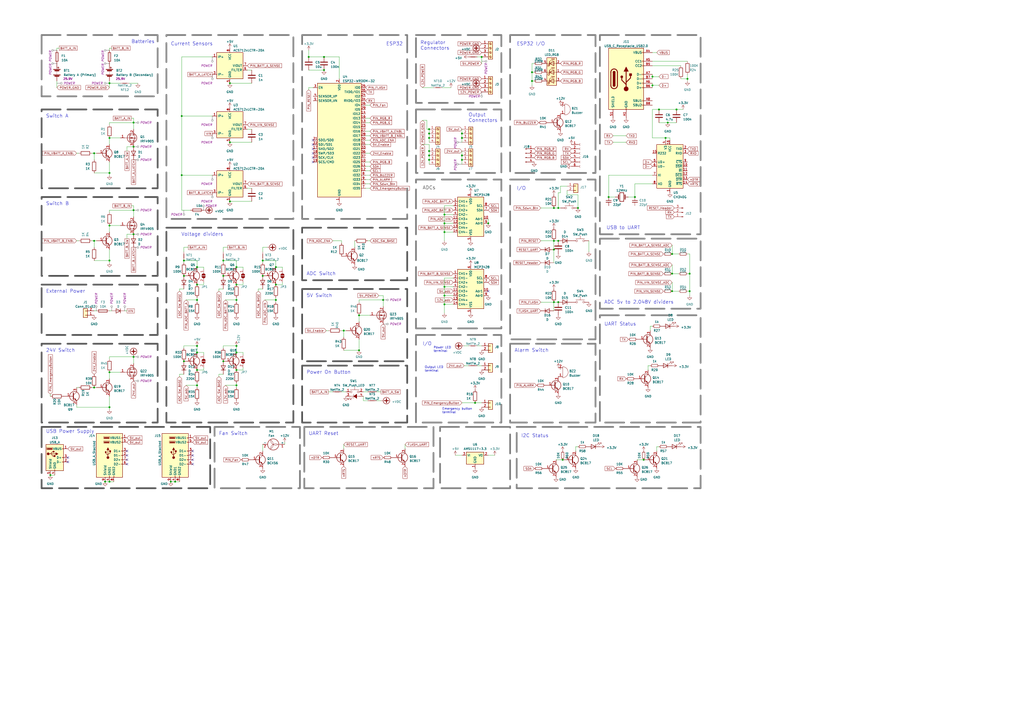
<source format=kicad_sch>
(kicad_sch (version 20230121) (generator eeschema)
  (paper "A2")
  (title_block (title "Armatron Power") (date "2023-03-13") (rev "A"))
  (junction (at 133.35 82.55))
  (junction (at 335.28 120.65))
  (junction (at 77.47 85.09))
  (junction (at 248.92 80.01))
  (junction (at 392.43 63.5))
  (junction (at 63.5 48.26))
  (junction (at 106.68 160.02))
  (junction (at 60.96 279.4))
  (junction (at 63.5 279.4))
  (junction (at 137.16 214.63))
  (junction (at 114.3 165.1))
  (junction (at 99.06 279.4))
  (junction (at 137.16 173.99))
  (junction (at 137.16 165.1))
  (junction (at 54.61 224.79))
  (junction (at 321.31 139.7))
  (junction (at 323.85 139.7))
  (junction (at 77.47 135.89))
  (junction (at 187.96 33.02))
  (junction (at 106.68 209.55))
  (junction (at 257.81 166.37))
  (junction (at 114.3 223.52))
  (junction (at 267.97 80.01))
  (junction (at 208.28 182.88))
  (junction (at 63.5 215.9))
  (junction (at 77.47 71.12))
  (junction (at 257.81 134.62))
  (junction (at 101.6 279.4))
  (junction (at 160.02 154.94))
  (junction (at 323.85 120.65))
  (junction (at 114.3 204.47))
  (junction (at 54.61 88.9))
  (junction (at 199.39 191.77))
  (junction (at 129.54 209.55))
  (junction (at 368.3 114.3))
  (junction (at 321.31 175.26))
  (junction (at 137.16 200.66))
  (junction (at 77.47 207.01))
  (junction (at 248.92 87.63))
  (junction (at 63.5 236.22))
  (junction (at 389.89 168.91))
  (junction (at 373.38 266.7))
  (junction (at 275.59 233.68))
  (junction (at 129.54 151.13))
  (junction (at 137.16 154.94))
  (junction (at 257.81 176.53))
  (junction (at 267.97 90.17))
  (junction (at 279.4 33.02))
  (junction (at 29.21 275.59))
  (junction (at 160.02 173.99))
  (junction (at 267.97 92.71))
  (junction (at 222.25 173.99))
  (junction (at 129.54 160.02))
  (junction (at 326.39 266.7))
  (junction (at 378.46 49.53))
  (junction (at 321.31 120.65))
  (junction (at 353.06 114.3))
  (junction (at 137.16 204.47))
  (junction (at 389.89 147.32))
  (junction (at 257.81 171.45))
  (junction (at 208.28 203.2))
  (junction (at 378.46 44.45))
  (junction (at 257.81 129.54))
  (junction (at 63.5 100.33))
  (junction (at 187.96 40.64))
  (junction (at 323.85 175.26))
  (junction (at 386.08 80.01))
  (junction (at 63.5 151.13))
  (junction (at 114.3 154.94))
  (junction (at 321.31 144.78))
  (junction (at 114.3 200.66))
  (junction (at 114.3 173.99))
  (junction (at 398.78 45.72))
  (junction (at 54.61 139.7))
  (junction (at 137.16 223.52))
  (junction (at 77.47 121.92))
  (junction (at 114.3 214.63))
  (junction (at 179.07 33.02))
  (junction (at 267.97 77.47))
  (junction (at 63.5 80.01))
  (junction (at 387.35 71.12))
  (junction (at 152.4 160.02))
  (junction (at 283.21 129.54))
  (junction (at 400.05 158.75))
  (junction (at 248.92 92.71))
  (junction (at 133.35 116.84))
  (junction (at 389.89 158.75))
  (junction (at 308.61 46.99))
  (junction (at 106.68 151.13))
  (junction (at 248.92 77.47))
  (junction (at 248.92 90.17))
  (junction (at 400.05 168.91))
  (junction (at 382.27 63.5))
  (junction (at 257.81 124.46))
  (junction (at 248.92 74.93))
  (junction (at 160.02 165.1))
  (junction (at 63.5 130.81))
  (junction (at 105.41 101.6))
  (junction (at 152.4 151.13))
  (junction (at 105.41 67.31))
  (junction (at 308.61 41.91))
  (junction (at 133.35 48.26))
  (no_connect (at 73.66 264.16))
  (no_connect (at 111.76 269.24))
  (no_connect (at 181.61 86.36))
  (no_connect (at 111.76 261.62))
  (no_connect (at 73.66 261.62))
  (no_connect (at 111.76 264.16))
  (no_connect (at 181.61 83.82))
  (no_connect (at 111.76 266.7))
  (no_connect (at 39.37 267.97))
  (no_connect (at 181.61 93.98))
  (no_connect (at 39.37 265.43))
  (no_connect (at 181.61 88.9))
  (no_connect (at 73.66 269.24))
  (no_connect (at 283.21 168.91))
  (no_connect (at 181.61 91.44))
  (no_connect (at 181.61 81.28))
  (no_connect (at 73.66 266.7))
  (wire (pts (xy 179.07 52.07) (xy 179.07 50.8)))
  (wire (pts (xy 214.63 71.12) (xy 212.09 71.12)))
  (wire (pts (xy 308.61 41.91) (xy 308.61 46.99)))
  (wire (pts (xy 267.97 74.93) (xy 267.97 77.47)))
  (wire (pts (xy 257.81 161.29) (xy 257.81 166.37)))
  (wire (pts (xy 106.68 143.51) (xy 109.22 143.51)))
  (wire (pts (xy 45.72 139.7) (xy 44.45 139.7)))
  (wire (pts (xy 179.07 33.02) (xy 187.96 33.02)))
  (wire (pts (xy 55.88 180.34) (xy 54.61 180.34)))
  (wire (pts (xy 163.83 165.1) (xy 160.02 165.1)))
  (wire (pts (xy 394.97 45.72) (xy 398.78 45.72)))
  (wire (pts (xy 400.05 147.32) (xy 400.05 158.75)))
  (wire (pts (xy 63.5 236.22) (xy 63.5 237.49)))
  (wire (pts (xy 199.39 257.81) (xy 199.39 260.35)))
  (wire (pts (xy 137.16 224.79) (xy 137.16 223.52)))
  (wire (pts (xy 137.16 151.13) (xy 137.16 154.94)))
  (wire (pts (xy 313.69 139.7) (xy 321.31 139.7)))
  (wire (pts (xy 248.92 90.17) (xy 248.92 92.71)))
  (wire (pts (xy 63.5 130.81) (xy 63.5 134.62)))
  (wire (pts (xy 323.85 120.65) (xy 323.85 111.76)))
  (wire (pts (xy 248.92 87.63) (xy 248.92 90.17)))
  (wire (pts (xy 322.58 266.7) (xy 326.39 266.7)))
  (wire (pts (xy 213.36 232.41) (xy 210.82 232.41)))
  (wire (pts (xy 389.89 147.32) (xy 393.7 147.32)))
  (wire (pts (xy 107.95 173.99) (xy 114.3 173.99)))
  (wire (pts (xy 267.97 90.17) (xy 267.97 92.71)))
  (wire (pts (xy 245.11 83.82) (xy 248.92 83.82)))
  (wire (pts (xy 114.3 224.79) (xy 114.3 223.52)))
  (wire (pts (xy 73.66 180.34) (xy 72.39 180.34)))
  (wire (pts (xy 334.01 261.62) (xy 334.01 259.08)))
  (wire (pts (xy 132.08 143.51) (xy 129.54 143.51)))
  (wire (pts (xy 160.02 175.26) (xy 160.02 173.99)))
  (wire (pts (xy 64.77 180.34) (xy 63.5 180.34)))
  (wire (pts (xy 69.85 48.26) (xy 63.5 48.26)))
  (wire (pts (xy 104.14 167.64) (xy 106.68 167.64)))
  (wire (pts (xy 387.35 71.12) (xy 392.43 71.12)))
  (wire (pts (xy 271.78 212.09) (xy 269.24 212.09)))
  (wire (pts (xy 53.34 224.79) (xy 54.61 224.79)))
  (wire (pts (xy 400.05 158.75) (xy 398.78 158.75)))
  (wire (pts (xy 214.63 101.6) (xy 212.09 101.6)))
  (wire (pts (xy 133.35 82.55) (xy 146.05 82.55)))
  (wire (pts (xy 388.62 80.01) (xy 388.62 81.28)))
  (wire (pts (xy 375.92 214.63) (xy 375.92 212.09)))
  (wire (pts (xy 140.97 165.1) (xy 137.16 165.1)))
  (wire (pts (xy 214.63 88.9) (xy 212.09 88.9)))
  (wire (pts (xy 137.16 172.72) (xy 137.16 173.99)))
  (wire (pts (xy 130.81 223.52) (xy 137.16 223.52)))
  (wire (pts (xy 398.78 45.72) (xy 398.78 46.99)))
  (wire (pts (xy 377.19 189.23) (xy 378.46 189.23)))
  (wire (pts (xy 396.24 63.5) (xy 392.43 63.5)))
  (wire (pts (xy 143.51 109.22) (xy 146.05 109.22)))
  (wire (pts (xy 382.27 71.12) (xy 387.35 71.12)))
  (wire (pts (xy 198.12 227.33) (xy 200.66 227.33)))
  (wire (pts (xy 222.25 173.99) (xy 222.25 177.8)))
  (wire (pts (xy 378.46 38.1) (xy 394.97 38.1)))
  (wire (pts (xy 127 168.91) (xy 127 167.64)))
  (wire (pts (xy 363.22 82.55) (xy 355.6 82.55)))
  (wire (pts (xy 378.46 49.53) (xy 378.46 50.8)))
  (wire (pts (xy 389.89 168.91) (xy 393.7 168.91)))
  (wire (pts (xy 63.5 71.12) (xy 77.47 71.12)))
  (wire (pts (xy 353.06 114.3) (xy 356.87 114.3)))
  (wire (pts (xy 323.85 111.76) (xy 325.12 111.76)))
  (wire (pts (xy 214.63 76.2) (xy 212.09 76.2)))
  (wire (pts (xy 54.61 139.7) (xy 55.88 139.7)))
  (wire (pts (xy 378.46 35.56) (xy 398.78 35.56)))
  (wire (pts (xy 63.5 279.4) (xy 66.04 279.4)))
  (wire (pts (xy 283.21 127) (xy 283.21 129.54)))
  (wire (pts (xy 152.4 152.4) (xy 152.4 151.13)))
  (wire (pts (xy 77.47 71.12) (xy 77.47 74.93)))
  (wire (pts (xy 179.07 29.21) (xy 179.07 33.02)))
  (wire (pts (xy 257.81 129.54) (xy 257.81 134.62)))
  (wire (pts (xy 323.85 139.7) (xy 321.31 139.7)))
  (wire (pts (xy 220.98 227.33) (xy 218.44 227.33)))
  (wire (pts (xy 208.28 196.85) (xy 208.28 203.2)))
  (wire (pts (xy 341.63 139.7) (xy 341.63 146.05)))
  (wire (pts (xy 140.97 204.47) (xy 137.16 204.47)))
  (wire (pts (xy 53.34 139.7) (xy 54.61 139.7)))
  (wire (pts (xy 64.77 27.94) (xy 63.5 27.94)))
  (wire (pts (xy 63.5 80.01) (xy 69.85 80.01)))
  (wire (pts (xy 257.81 134.62) (xy 257.81 139.7)))
  (wire (pts (xy 378.46 44.45) (xy 382.27 44.45)))
  (wire (pts (xy 398.78 147.32) (xy 400.05 147.32)))
  (wire (pts (xy 54.61 100.33) (xy 63.5 100.33)))
  (wire (pts (xy 114.3 200.66) (xy 114.3 204.47)))
  (wire (pts (xy 63.5 123.19) (xy 63.5 121.92)))
  (wire (pts (xy 248.92 92.71) (xy 248.92 95.25)))
  (wire (pts (xy 368.3 114.3) (xy 368.3 106.68)))
  (wire (pts (xy 99.06 279.4) (xy 101.6 279.4)))
  (wire (pts (xy 163.83 154.94) (xy 160.02 154.94)))
  (wire (pts (xy 248.92 74.93) (xy 248.92 77.47)))
  (wire (pts (xy 105.41 67.31) (xy 105.41 101.6)))
  (wire (pts (xy 389.89 142.24) (xy 389.89 147.32)))
  (wire (pts (xy 133.35 48.26) (xy 146.05 48.26)))
  (wire (pts (xy 267.97 92.71) (xy 267.97 95.25)))
  (wire (pts (xy 378.46 101.6) (xy 353.06 101.6)))
  (wire (pts (xy 378.46 43.18) (xy 378.46 44.45)))
  (wire (pts (xy 261.62 50.8) (xy 256.54 50.8)))
  (wire (pts (xy 140.97 214.63) (xy 137.16 214.63)))
  (wire (pts (xy 199.39 191.77) (xy 199.39 195.58)))
  (wire (pts (xy 205.74 139.7) (xy 205.74 143.51)))
  (wire (pts (xy 325.12 111.76) (xy 325.12 107.95)))
  (wire (pts (xy 214.63 60.96) (xy 212.09 60.96)))
  (wire (pts (xy 262.89 119.38) (xy 257.81 119.38)))
  (wire (pts (xy 309.88 36.83) (xy 308.61 36.83)))
  (wire (pts (xy 104.14 218.44) (xy 104.14 217.17)))
  (wire (pts (xy 196.85 33.02) (xy 196.85 45.72)))
  (wire (pts (xy 114.3 175.26) (xy 114.3 173.99)))
  (wire (pts (xy 63.5 80.01) (xy 63.5 83.82)))
  (wire (pts (xy 137.16 173.99) (xy 137.16 175.26)))
  (wire (pts (xy 271.78 200.66) (xy 269.24 200.66)))
  (wire (pts (xy 127 217.17) (xy 129.54 217.17)))
  (wire (pts (xy 321.31 144.78) (xy 321.31 152.4)))
  (wire (pts (xy 308.61 46.99) (xy 309.88 46.99)))
  (wire (pts (xy 248.92 83.82) (xy 248.92 87.63)))
  (wire (pts (xy 54.61 224.79) (xy 55.88 224.79)))
  (wire (pts (xy 276.86 212.09) (xy 279.4 212.09)))
  (wire (pts (xy 328.93 113.03) (xy 335.28 113.03)))
  (wire (pts (xy 152.4 143.51) (xy 152.4 146.05)))
  (wire (pts (xy 378.46 48.26) (xy 378.46 49.53)))
  (wire (pts (xy 63.5 27.94) (xy 63.5 29.21)))
  (wire (pts (xy 353.06 101.6) (xy 353.06 114.3)))
  (wire (pts (xy 208.28 173.99) (xy 222.25 173.99)))
  (wire (pts (xy 73.66 135.89) (xy 77.47 135.89)))
  (wire (pts (xy 276.86 200.66) (xy 279.4 200.66)))
  (wire (pts (xy 143.51 74.93) (xy 146.05 74.93)))
  (wire (pts (xy 368.3 114.3) (xy 364.49 114.3)))
  (wire (pts (xy 213.36 227.33) (xy 210.82 227.33)))
  (wire (pts (xy 129.54 200.66) (xy 137.16 200.66)))
  (wire (pts (xy 398.78 45.72) (xy 398.78 43.18)))
  (wire (pts (xy 323.85 175.26) (xy 321.31 175.26)))
  (wire (pts (xy 152.4 257.81) (xy 152.4 261.62)))
  (wire (pts (xy 127 218.44) (xy 127 217.17)))
  (wire (pts (xy 114.3 223.52) (xy 114.3 222.25)))
  (wire (pts (xy 257.81 129.54) (xy 262.89 129.54)))
  (wire (pts (xy 257.81 119.38) (xy 257.81 124.46)))
  (wire (pts (xy 218.44 232.41) (xy 220.98 232.41)))
  (wire (pts (xy 63.5 46.99) (xy 63.5 48.26)))
  (wire (pts (xy 153.67 173.99) (xy 160.02 173.99)))
  (wire (pts (xy 133.35 116.84) (xy 146.05 116.84)))
  (wire (pts (xy 257.81 176.53) (xy 262.89 176.53)))
  (wire (pts (xy 234.95 257.81) (xy 234.95 260.35)))
  (wire (pts (xy 208.28 182.88) (xy 214.63 182.88)))
  (wire (pts (xy 257.81 166.37) (xy 262.89 166.37)))
  (wire (pts (xy 386.08 80.01) (xy 378.46 80.01)))
  (wire (pts (xy 140.97 163.83) (xy 140.97 165.1)))
  (wire (pts (xy 106.68 146.05) (xy 106.68 143.51)))
  (wire (pts (xy 63.5 151.13) (xy 63.5 152.4)))
  (wire (pts (xy 267.97 233.68) (xy 275.59 233.68)))
  (wire (pts (xy 63.5 48.26) (xy 63.5 50.8)))
  (wire (pts (xy 247.65 69.85) (xy 247.65 74.93)))
  (wire (pts (xy 208.28 175.26) (xy 208.28 173.99)))
  (wire (pts (xy 107.95 223.52) (xy 114.3 223.52)))
  (wire (pts (xy 257.81 171.45) (xy 257.81 176.53)))
  (wire (pts (xy 389.89 153.67) (xy 389.89 158.75)))
  (wire (pts (xy 76.2 68.58) (xy 77.47 68.58)))
  (wire (pts (xy 152.4 151.13) (xy 160.02 151.13)))
  (wire (pts (xy 29.21 275.59) (xy 31.75 275.59)))
  (wire (pts (xy 381 259.08) (xy 382.27 259.08)))
  (wire (pts (xy 193.04 227.33) (xy 190.5 227.33)))
  (wire (pts (xy 105.41 67.31) (xy 123.19 67.31)))
  (wire (pts (xy 165.1 257.81) (xy 165.1 256.54)))
  (wire (pts (xy 118.11 156.21) (xy 118.11 154.94)))
  (wire (pts (xy 118.11 165.1) (xy 114.3 165.1)))
  (wire (pts (xy 129.54 143.51) (xy 129.54 146.05)))
  (wire (pts (xy 198.12 191.77) (xy 199.39 191.77)))
  (wire (pts (xy 179.07 40.64) (xy 187.96 40.64)))
  (wire (pts (xy 321.31 120.65) (xy 323.85 120.65)))
  (wire (pts (xy 118.11 205.74) (xy 118.11 204.47)))
  (wire (pts (xy 389.89 163.83) (xy 389.89 168.91)))
  (wire (pts (xy 129.54 151.13) (xy 137.16 151.13)))
  (wire (pts (xy 248.92 80.01) (xy 248.92 82.55)))
  (wire (pts (xy 378.46 63.5) (xy 378.46 80.01)))
  (wire (pts (xy 400.05 168.91) (xy 398.78 168.91)))
  (wire (pts (xy 257.81 171.45) (xy 262.89 171.45)))
  (wire (pts (xy 149.86 168.91) (xy 149.86 167.64)))
  (wire (pts (xy 214.63 109.22) (xy 212.09 109.22)))
  (wire (pts (xy 377.19 191.77) (xy 377.19 189.23)))
  (wire (pts (xy 73.66 138.43) (xy 73.66 135.89)))
  (wire (pts (xy 73.66 87.63) (xy 73.66 85.09)))
  (wire (pts (xy 245.11 69.85) (xy 247.65 69.85)))
  (wire (pts (xy 279.4 33.02) (xy 279.4 36.83)))
  (wire (pts (xy 378.46 49.53) (xy 382.27 49.53)))
  (wire (pts (xy 328.93 110.49) (xy 328.93 113.03)))
  (wire (pts (xy 105.41 33.02) (xy 105.41 67.31)))
  (wire (pts (xy 104.14 168.91) (xy 104.14 167.64)))
  (wire (pts (xy 63.5 215.9) (xy 63.5 219.71)))
  (wire (pts (xy 334.01 259.08) (xy 335.28 259.08)))
  (wire (pts (xy 77.47 68.58) (xy 77.47 71.12)))
  (wire (pts (xy 105.41 33.02) (xy 123.19 33.02)))
  (wire (pts (xy 222.25 171.45) (xy 219.71 171.45)))
  (wire (pts (xy 106.68 200.66) (xy 114.3 200.66)))
  (wire (pts (xy 257.81 124.46) (xy 262.89 124.46)))
  (wire (pts (xy 130.81 173.99) (xy 137.16 173.99)))
  (wire (pts (xy 248.92 77.47) (xy 248.92 80.01)))
  (wire (pts (xy 63.5 229.87) (xy 63.5 236.22)))
  (wire (pts (xy 378.46 44.45) (xy 378.46 45.72)))
  (wire (pts (xy 63.5 121.92) (xy 77.47 121.92)))
  (wire (pts (xy 214.63 93.98) (xy 212.09 93.98)))
  (wire (pts (xy 267.97 87.63) (xy 267.97 90.17)))
  (wire (pts (xy 154.94 143.51) (xy 152.4 143.51)))
  (wire (pts (xy 118.11 214.63) (xy 114.3 214.63)))
  (wire (pts (xy 60.96 279.4) (xy 63.5 279.4)))
  (wire (pts (xy 63.5 144.78) (xy 63.5 151.13)))
  (wire (pts (xy 105.41 101.6) (xy 105.41 121.92)))
  (wire (pts (xy 137.16 200.66) (xy 137.16 204.47)))
  (wire (pts (xy 193.04 139.7) (xy 198.12 139.7)))
  (wire (pts (xy 386.08 80.01) (xy 386.08 81.28)))
  (wire (pts (xy 308.61 36.83) (xy 308.61 41.91)))
  (wire (pts (xy 323.85 120.65) (xy 325.12 120.65)))
  (wire (pts (xy 214.63 106.68) (xy 212.09 106.68)))
  (wire (pts (xy 63.5 130.81) (xy 69.85 130.81)))
  (wire (pts (xy 34.29 27.94) (xy 33.02 27.94)))
  (wire (pts (xy 76.2 119.38) (xy 77.47 119.38)))
  (wire (pts (xy 190.5 191.77) (xy 189.23 191.77)))
  (wire (pts (xy 80.01 48.26) (xy 74.93 48.26)))
  (wire (pts (xy 114.3 173.99) (xy 114.3 172.72)))
  (wire (pts (xy 129.54 201.93) (xy 129.54 200.66)))
  (wire (pts (xy 33.02 50.8) (xy 33.02 46.99)))
  (wire (pts (xy 63.5 215.9) (xy 69.85 215.9)))
  (wire (pts (xy 44.45 224.79) (xy 45.72 224.79)))
  (wire (pts (xy 222.25 173.99) (xy 222.25 171.45)))
  (wire (pts (xy 63.5 93.98) (xy 63.5 100.33)))
  (wire (pts (xy 179.07 50.8) (xy 181.61 50.8)))
  (wire (pts (xy 140.97 213.36) (xy 140.97 214.63)))
  (wire (pts (xy 213.36 139.7) (xy 214.63 139.7)))
  (wire (pts (xy 308.61 41.91) (xy 309.88 41.91)))
  (wire (pts (xy 140.97 205.74) (xy 140.97 204.47)))
  (wire (pts (xy 101.6 279.4) (xy 104.14 279.4)))
  (wire (pts (xy 382.27 63.5) (xy 392.43 63.5)))
  (wire (pts (xy 400.05 158.75) (xy 400.05 168.91)))
  (wire (pts (xy 118.11 154.94) (xy 114.3 154.94)))
  (wire (pts (xy 187.96 33.02) (xy 196.85 33.02)))
  (wire (pts (xy 247.65 74.93) (xy 248.92 74.93)))
  (wire (pts (xy 114.3 151.13) (xy 114.3 154.94)))
  (wire (pts (xy 77.47 207.01) (xy 77.47 210.82)))
  (wire (pts (xy 321.31 139.7) (xy 321.31 144.78)))
  (wire (pts (xy 212.09 83.82) (xy 214.63 83.82)))
  (wire (pts (xy 335.28 113.03) (xy 335.28 120.65)))
  (wire (pts (xy 199.39 191.77) (xy 200.66 191.77)))
  (wire (pts (xy 212.09 78.74) (xy 214.63 78.74)))
  (wire (pts (xy 44.45 236.22) (xy 63.5 236.22)))
  (wire (pts (xy 140.97 156.21) (xy 140.97 154.94)))
  (wire (pts (xy 106.68 151.13) (xy 114.3 151.13)))
  (wire (pts (xy 325.12 107.95) (xy 328.93 107.95)))
  (wire (pts (xy 63.5 100.33) (xy 63.5 101.6)))
  (wire (pts (xy 368.3 106.68) (xy 378.46 106.68)))
  (wire (pts (xy 106.68 201.93) (xy 106.68 200.66)))
  (wire (pts (xy 262.89 161.29) (xy 257.81 161.29)))
  (wire (pts (xy 44.45 234.95) (xy 44.45 236.22)))
  (wire (pts (xy 257.81 134.62) (xy 262.89 134.62)))
  (wire (pts (xy 63.5 207.01) (xy 77.47 207.01)))
  (wire (pts (xy 54.61 139.7) (xy 54.61 143.51)))
  (wire (pts (xy 214.63 68.58) (xy 212.09 68.58)))
  (wire (pts (xy 129.54 152.4) (xy 129.54 151.13)))
  (wire (pts (xy 257.81 124.46) (xy 257.81 129.54)))
  (wire (pts (xy 267.97 77.47) (xy 267.97 80.01)))
  (wire (pts (xy 160.02 173.99) (xy 160.02 172.72)))
  (wire (pts (xy 33.02 27.94) (xy 33.02 29.21)))
  (wire (pts (xy 137.16 223.52) (xy 137.16 222.25)))
  (wire (pts (xy 400.05 168.91) (xy 400.05 171.45)))
  (wire (pts (xy 104.14 217.17) (xy 106.68 217.17)))
  (wire (pts (xy 160.02 151.13) (xy 160.02 154.94)))
  (wire (pts (xy 210.82 232.41) (xy 210.82 229.87)))
  (wire (pts (xy 355.6 78.74) (xy 363.22 78.74)))
  (wire (pts (xy 73.66 85.09) (xy 77.47 85.09)))
  (wire (pts (xy 375.92 212.09) (xy 377.19 212.09)))
  (wire (pts (xy 29.21 228.6) (xy 29.21 229.87)))
  (wire (pts (xy 118.11 213.36) (xy 118.11 214.63)))
  (wire (pts (xy 54.61 88.9) (xy 54.61 92.71)))
  (wire (pts (xy 77.47 121.92) (xy 77.47 125.73)))
  (wire (pts (xy 143.51 40.64) (xy 146.05 40.64)))
  (wire (pts (xy 257.81 176.53) (xy 257.81 181.61)))
  (wire (pts (xy 267.97 80.01) (xy 267.97 82.55)))
  (wire (pts (xy 105.41 121.92) (xy 110.49 121.92)))
  (wire (pts (xy 118.11 163.83) (xy 118.11 165.1)))
  (wire (pts (xy 214.63 99.06) (xy 212.09 99.06)))
  (wire (pts (xy 45.72 88.9) (xy 44.45 88.9)))
  (wire (pts (xy 105.41 101.6) (xy 123.19 101.6)))
  (wire (pts (xy 163.83 156.21) (xy 163.83 154.94)))
  (wire (pts (xy 106.68 152.4) (xy 106.68 151.13)))
  (wire (pts (xy 149.86 167.64) (xy 152.4 167.64)))
  (wire (pts (xy 214.63 81.28) (xy 212.09 81.28)))
  (wire (pts (xy 140.97 154.94) (xy 137.16 154.94)))
  (wire (pts (xy 63.5 72.39) (xy 63.5 71.12)))
  (wire (pts (xy 287.02 264.16) (xy 283.21 264.16)))
  (wire (pts (xy 369.57 266.7) (xy 373.38 266.7)))
  (wire (pts (xy 127 167.64) (xy 129.54 167.64)))
  (wire (pts (xy 276.86 33.02) (xy 279.4 33.02)))
  (wire (pts (xy 118.11 204.47) (xy 114.3 204.47)))
  (wire (pts (xy 77.47 119.38) (xy 77.47 121.92)))
  (wire (pts (xy 382.27 63.5) (xy 378.46 63.5)))
  (wire (pts (xy 54.61 151.13) (xy 63.5 151.13)))
  (wire (pts (xy 208.28 182.88) (xy 208.28 186.69)))
  (wire (pts (xy 275.59 233.68) (xy 279.4 233.68)))
  (wire (pts (xy 53.34 88.9) (xy 54.61 88.9)))
  (wire (pts (xy 381 261.62) (xy 381 259.08)))
  (wire (pts (xy 163.83 163.83) (xy 163.83 165.1)))
  (wire (pts (xy 199.39 203.2) (xy 208.28 203.2)))
  (wire (pts (xy 214.63 104.14) (xy 212.09 104.14)))
  (wire (pts (xy 313.69 175.26) (xy 321.31 175.26)))
  (wire (pts (xy 214.63 96.52) (xy 212.09 96.52)))
  (wire (pts (xy 321.31 175.26) (xy 321.31 180.34)))
  (wire (pts (xy 308.61 46.99) (xy 308.61 49.53)))
  (wire (pts (xy 63.5 208.28) (xy 63.5 207.01)))
  (wire (pts (xy 54.61 88.9) (xy 55.88 88.9)))
  (wire (pts (xy 313.69 120.65) (xy 321.31 120.65)))
  (wire (pts (xy 198.12 139.7) (xy 198.12 140.97)))
  (wire (pts (xy 386.08 80.01) (xy 388.62 80.01)))
  (wire (pts (xy 389.89 158.75) (xy 393.7 158.75)))
  (wire (pts (xy 381 30.48) (xy 378.46 30.48)))
  (wire (pts (xy 264.16 264.16) (xy 267.97 264.16)))
  (wire (pts (xy 245.11 50.8) (xy 251.46 50.8)))
  (wire (pts (xy 257.81 166.37) (xy 257.81 171.45)))
  (rectangle (start 24.13 114.3) (end 91.44 160.02) (stroke (width 1) (type dash) (color 83 83 83 1)))
  (rectangle (start 295.91 104.14) (end 345.44 196.85) (stroke (width 1) (type dash) (color 128 128 128 1)))
  (rectangle (start 24.13 63.5) (end 91.44 109.22) (stroke (width 1) (type dash) (color 83 83 83 1)))
  (rectangle (start 241.3 104.14) (end 290.83 190.5) (stroke (width 1) (type dash) (color 128 128 128 1)))
  (rectangle (start 241.3 20.32) (end 290.83 59.69) (stroke (width 1) (type dash) (color 128 128 128 1)))
  (rectangle (start 24.13 247.65) (end 121.92 283.21) (stroke (width 1) (type dash) (color 83 83 83 1)))
  (rectangle (start 24.13 165.1) (end 91.44 194.31) (stroke (width 1) (type dash) (color 83 83 83 1)))
  (rectangle (start 295.91 199.39) (end 345.44 245.11) (stroke (width 1) (type dash) (color 128 128 128 1)))
  (rectangle (start 241.3 63.5) (end 290.83 100.33) (stroke (width 1) (type dash) (color 128 128 128 1)))
  (rectangle (start 295.91 20.32) (end 345.44 100.33) (stroke (width 1) (type dash) (color 128 128 128 1)))
  (rectangle (start 347.98 182.88) (end 406.4 245.11) (stroke (width 1) (type dash) (color 128 128 128 1)))
  (rectangle (start 24.13 199.39) (end 91.44 245.11) (stroke (width 1) (type dash) (color 83 83 83 1)))
  (rectangle (start 176.53 247.65) (end 251.46 283.21) (stroke (width 1) (type dash) (color 128 128 128 1)))
  (rectangle (start 124.46 247.65) (end 173.99 283.21) (stroke (width 1) (type dash) (color 128 128 128 1)))
  (rectangle (start 299.72 247.65) (end 406.4 283.21) (stroke (width 1) (type dash) (color 128 128 128 1)))
  (rectangle (start 175.26 20.32) (end 236.22 127) (stroke (width 1) (type dash) (color 128 128 128 1)))
  (rectangle (start 175.26 167.64) (end 236.22 209.55) (stroke (width 1) (type dash) (color 83 83 83 1)))
  (rectangle (start 175.26 132.08) (end 236.22 162.56) (stroke (width 1) (type dash) (color 83 83 83 1)))
  (rectangle (start 347.98 138.43) (end 406.4 179.07) (stroke (width 1) (type dash) (color 128 128 128 1)))
  (rectangle (start 175.26 212.09) (end 236.22 245.11) (stroke (width 1) (type dash) (color 83 83 83 1)))
  (rectangle (start 24.13 20.32) (end 91.44 55.88) (stroke (width 1) (type dash) (color 128 128 128 1)))
  (rectangle (start 241.3 194.31) (end 290.83 245.11) (stroke (width 1) (type dash) (color 128 128 128 1)))
  (rectangle (start 255.27 247.65) (end 295.91 283.21) (stroke (width 1) (type dash) (color 128 128 128 1)))
  (rectangle (start 96.52 20.32) (end 170.18 127) (stroke (width 1) (type dash) (color 128 128 128 1)))
  (rectangle (start 347.98 20.32) (end 406.4 135.89) (stroke (width 1) (type dash) (color 128 128 128 1)))
  (rectangle (start 96.52 132.08) (end 170.18 245.11) (stroke (width 1) (type dash) (color 83 83 83 1)))
  (text "ADC Switch" (at 177.8 160.02 0) (effects (font (size 2 2)) (justify left bottom)))
  (text "I/O" (at 299.72 110.49 0) (effects (font (size 2 2)) (justify left bottom)))
  (text "Fan Switch" (at 127 252.73 0) (effects (font (size 2 2)) (justify left bottom)))
  (text "External Power\n" (at 26.67 170.18 0) (effects (font (size 2 2)) (justify left bottom)))
  (text "24V Switch" (at 26.67 204.47 0) (effects (font (size 2 2)) (justify left bottom)))
  (text "ESP32" (at 233.68 26.67 0) (effects (font (size 2 2)) (justify right bottom)))
  (text "USB to UART" (at 351.79 133.35 0) (effects (font (size 2 2)) (justify left bottom)))
  (text "Emergency button\nterminal" (at 256.54 240.03 0) (effects (font (size 1.27 1.27)) (justify left bottom)))
  (text "ADC 5v to 2.048V dividers" (at 350.52 176.53 0) (effects (font (size 2 2)) (justify left bottom)))
  (text "I2C Status" (at 302.26 254 0) (effects (font (size 2 2)) (justify left bottom)))
  (text "ESP32 I/O" (at 299.72 26.67 0) (effects (font (size 2 2)) (justify left bottom)))
  (text "Regulator \nConnectors" (at 243.84 29.21 0) (effects (font (size 2 2)) (justify left bottom)))
  (text "Output LED\nterminal" (at 246.38 215.9 0) (effects (font (size 1.27 1.27)) (justify left bottom)))
  (text "Switch B" (at 26.67 119.38 0) (effects (font (size 2 2)) (justify left bottom)))
  (text "USB Power Supply" (at 26.67 251.46 0) (effects (font (size 2 2)) (justify left bottom)))
  (text "Power On Button" (at 177.8 217.17 0) (effects (font (size 2 2)) (justify left bottom)))
  (text "Voltage dividers" (at 129.54 137.16 0) (effects (font (size 2 2)) (justify right bottom)))
  (text "5V Switch" (at 177.8 172.72 0) (effects (font (size 2 2)) (justify left bottom)))
  (text "UART Status" (at 350.52 189.23 0) (effects (font (size 2 2)) (justify left bottom)))
  (text "Alarm Switch" (at 298.45 204.47 0) (effects (font (size 2 2)) (justify left bottom)))
  (text "Power LED\nterminal" (at 251.46 204.47 0) (effects (font (size 1.27 1.27)) (justify left bottom)))
  (text "Output \nConnectors" (at 271.78 71.12 0) (effects (font (size 2 2)) (justify left bottom)))
  (text "I/O" (at 245.11 200.66 0) (effects (font (size 2 2)) (justify left bottom)))
  (text "Current Sensors" (at 99.06 26.67 0) (effects (font (size 2 2)) (justify left bottom)))
  (text "Batteries" (at 76.2 25.4 0) (effects (font (size 2 2)) (justify left bottom)))
  (text "Switch A" (at 26.67 68.58 0) (effects (font (size 2 2)) (justify left bottom)))
  (text "UART Reset" (at 179.07 252.73 0) (effects (font (size 2 2)) (justify left bottom)))
  (label "ADCs" (at 245.11 110.49 0) (effects (font (size 2 2))))
  (global_label "nDTR" (shape input) (at 186.69 265.43 180) (property "Intersheetrefs" "${INTERSHEET_REFS}" (effects hide)))
  (global_label "5V_out" (shape input) (at 39.37 260.35 0) (property "Intersheetrefs" "${INTERSHEET_REFS}" (effects hide)))
  (global_label "VIN" (shape passive) (at 73.66 180.34 0) (property "Intersheetrefs" "${INTERSHEET_REFS}" (effects hide)))
  (global_label "RESET_Header" (shape input) (at 391.16 120.65 180) (property "Intersheetrefs" "${INTERSHEET_REFS}" (effects hide)))
  (global_label "VIN" (shape passive) (at 123.19 77.47 180) (property "Intersheetrefs" "${INTERSHEET_REFS}" (effects hide)))
  (global_label "ADC_SW_BASE" (shape input) (at 104.14 168.91 270) (property "Intersheetrefs" "${INTERSHEET_REFS}" (effects hide)))
  (global_label "TXD" (shape input) (at 398.78 86.36 0) (property "Intersheetrefs" "${INTERSHEET_REFS}" (effects hide)))
  (global_label "D-" (shape input) (at 382.27 44.45 0) (property "Intersheetrefs" "${INTERSHEET_REFS}" (effects hide)))
  (global_label "PIN_BUZZER" (shape input) (at 214.63 101.6 0) (property "Intersheetrefs" "${INTERSHEET_REFS}" (effects hide)))
  (global_label "PIN_RGB_B" (shape input) (at 214.63 93.98 0) (property "Intersheetrefs" "${INTERSHEET_REFS}" (effects hide)))
  (global_label "POWER_GND" (shape input) (at 33.02 50.8 0) (property "Intersheetrefs" "${INTERSHEET_REFS}" (effects hide)))
  (global_label "PIN_ALARM" (shape input) (at 214.63 104.14 0) (property "Intersheetrefs" "${INTERSHEET_REFS}" (effects hide)))
  (global_label "12V_POWER" (shape input) (at 245.11 83.82 270) (property "Intersheetrefs" "${INTERSHEET_REFS}" (effects hide)))
  (global_label "5V_adc" (shape input) (at 107.95 223.52 270) (property "Intersheetrefs" "${INTERSHEET_REFS}" (effects hide)))
  (global_label "nRTS" (shape input) (at 222.25 265.43 180) (property "Intersheetrefs" "${INTERSHEET_REFS}" (effects hide)))
  (global_label "PIN_BATT_A_SENSE" (shape input) (at 262.89 132.08 180) (property "Intersheetrefs" "${INTERSHEET_REFS}" (effects hide)))
  (global_label "12V_adc" (shape input) (at 130.81 223.52 270) (property "Intersheetrefs" "${INTERSHEET_REFS}" (effects hide)))
  (global_label "5V_out" (shape input) (at 267.97 74.93 180) (property "Intersheetrefs" "${INTERSHEET_REFS}" (effects hide)))
  (global_label "SCL" (shape input) (at 283.21 161.29 0) (property "Intersheetrefs" "${INTERSHEET_REFS}" (effects hide)))
  (global_label "RXD" (shape input) (at 363.22 82.55 0) (property "Intersheetrefs" "${INTERSHEET_REFS}" (effects hide)))
  (global_label "PIN_RGB_B" (shape input) (at 309.88 91.44 0) (property "Intersheetrefs" "${INTERSHEET_REFS}" (effects hide)))
  (global_label "nRTS" (shape input) (at 199.39 270.51 270) (property "Intersheetrefs" "${INTERSHEET_REFS}" (effects hide)))
  (global_label "PIN_VBATT_A_ENBL" (shape input) (at 214.63 76.2 0) (property "Intersheetrefs" "${INTERSHEET_REFS}" (effects hide)))
  (global_label "5V_out" (shape input) (at 111.76 254 0) (property "Intersheetrefs" "${INTERSHEET_REFS}" (effects hide)))
  (global_label "PIN_BATT_A_SENSE_ADC" (shape input) (at 389.89 142.24 180) (property "Intersheetrefs" "${INTERSHEET_REFS}" (effects hide)))
  (global_label "ADC_SW_BASE" (shape input) (at 104.14 218.44 270) (property "Intersheetrefs" "${INTERSHEET_REFS}" (effects hide)))
  (global_label "PIN_RESET" (shape input) (at 179.07 52.07 270) (property "Intersheetrefs" "${INTERSHEET_REFS}" (effects hide)))
  (global_label "PIN_ADC_BATT_B" (shape input) (at 262.89 121.92 180) (property "Intersheetrefs" "${INTERSHEET_REFS}" (effects hide)))
  (global_label "BATT_A_IN" (shape passive) (at 34.29 27.94 0) (property "Intersheetrefs" "${INTERSHEET_REFS}" (effects hide)))
  (global_label "BATT_B_LATCH" (shape passive) (at 77.47 143.51 270) (property "Intersheetrefs" "${INTERSHEET_REFS}" (effects hide)))
  (global_label "D+" (shape input) (at 382.27 49.53 0) (property "Intersheetrefs" "${INTERSHEET_REFS}" (effects hide)))
  (global_label "nRTS" (shape input) (at 398.78 106.68 0) (property "Intersheetrefs" "${INTERSHEET_REFS}" (effects hide)))
  (global_label "BATT_A_IN" (shape passive) (at 76.2 68.58 180) (property "Intersheetrefs" "${INTERSHEET_REFS}" (effects hide)))
  (global_label "24V_out" (shape input) (at 267.97 87.63 180) (property "Intersheetrefs" "${INTERSHEET_REFS}" (effects hide)))
  (global_label "PIN_Sdwn_Btn" (shape input) (at 313.69 120.65 180) (property "Intersheetrefs" "${INTERSHEET_REFS}" (effects hide)))
  (global_label "PIN_ADC_BATT_A" (shape input) (at 107.95 173.99 270) (property "Intersheetrefs" "${INTERSHEET_REFS}" (effects hide)))
  (global_label "PIN_FLASH" (shape input) (at 212.09 50.8 0) (property "Intersheetrefs" "${INTERSHEET_REFS}" (effects hide)))
  (global_label "D-" (shape input) (at 378.46 96.52 180) (property "Intersheetrefs" "${INTERSHEET_REFS}" (effects hide)))
  (global_label "24V_out" (shape input) (at 269.24 212.09 180) (property "Intersheetrefs" "${INTERSHEET_REFS}" (effects hide)))
  (global_label "ADC_SW_BASE" (shape input) (at 127 168.91 270) (property "Intersheetrefs" "${INTERSHEET_REFS}" (effects hide)))
  (global_label "BATT_B_IN" (shape passive) (at 64.77 27.94 0) (property "Intersheetrefs" "${INTERSHEET_REFS}" (effects hide)))
  (global_label "RX" (shape input) (at 212.09 58.42 0) (property "Intersheetrefs" "${INTERSHEET_REFS}" (effects hide)))
  (global_label "FLASH_UART" (shape input) (at 234.95 257.81 0) (property "Intersheetrefs" "${INTERSHEET_REFS}" (effects hide)))
  (global_label "PIN_BATT_B_SENSE" (shape input) (at 262.89 158.75 180) (property "Intersheetrefs" "${INTERSHEET_REFS}" (effects hide)))
  (global_label "PIN_VBATT_B_ENBL" (shape input) (at 44.45 139.7 180) (property "Intersheetrefs" "${INTERSHEET_REFS}" (effects hide)))
  (global_label "BATT_A_LATCH" (shape passive) (at 77.47 92.71 270) (property "Intersheetrefs" "${INTERSHEET_REFS}" (effects hide)))
  (global_label "BATT_A_LATCH" (shape passive) (at 123.19 43.18 180) (property "Intersheetrefs" "${INTERSHEET_REFS}" (effects hide)))
  (global_label "5V_out" (shape input) (at 73.66 254 0) (property "Intersheetrefs" "${INTERSHEET_REFS}" (effects hide)))
  (global_label "5V_adc" (shape input) (at 262.89 168.91 180) (property "Intersheetrefs" "${INTERSHEET_REFS}" (effects hide)))
  (global_label "PIN_RGB_R" (shape input) (at 325.12 36.83 0) (property "Intersheetrefs" "${INTERSHEET_REFS}" (effects hide)))
  (global_label "PIN_VIN_SENSE" (shape input) (at 262.89 163.83 180) (property "Intersheetrefs" "${INTERSHEET_REFS}" (effects hide)))
  (global_label "12V_adc" (shape input) (at 262.89 173.99 180) (property "Intersheetrefs" "${INTERSHEET_REFS}" (effects hide)))
  (global_label "PIN_VIN_SENSE" (shape input) (at 143.51 72.39 0) (property "Intersheetrefs" "${INTERSHEET_REFS}" (effects hide)))
  (global_label "ADC_SW_BASE" (shape input) (at 127 218.44 270) (property "Intersheetrefs" "${INTERSHEET_REFS}" (effects hide)))
  (global_label "FLASH_UART" (shape input) (at 313.69 180.34 180) (property "Intersheetrefs" "${INTERSHEET_REFS}" (effects hide)))
  (global_label "5V_Enable" (shape input) (at 189.23 191.77 180) (property "Intersheetrefs" "${INTERSHEET_REFS}" (effects hide)))
  (global_label "PIN_RGB_G" (shape input) (at 214.63 71.12 0) (property "Intersheetrefs" "${INTERSHEET_REFS}" (effects hide)))
  (global_label "BATT_B_IN" (shape passive) (at 76.2 119.38 180) (property "Intersheetrefs" "${INTERSHEET_REFS}" (effects hide)))
  (global_label "SDA" (shape input) (at 214.63 96.52 0) (property "Intersheetrefs" "${INTERSHEET_REFS}" (effects hide)))
  (global_label "5V_POWER" (shape input) (at 279.4 36.83 180) (property "Intersheetrefs" "${INTERSHEET_REFS}" (effects hide)))
  (global_label "POWER_GND" (shape input) (at 279.4 45.72 180) (property "Intersheetrefs" "${INTERSHEET_REFS}" (effects hide)))
  (global_label "PIN_BUZZER" (shape input) (at 312.42 71.12 180) (property "Intersheetrefs" "${INTERSHEET_REFS}" (effects hide)))
  (global_label "TX" (shape input) (at 355.6 82.55 180) (property "Intersheetrefs" "${INTERSHEET_REFS}" (effects hide)))
  (global_label "PIN_BATT_B_SENSE" (shape input) (at 143.51 106.68 0) (property "Intersheetrefs" "${INTERSHEET_REFS}" (effects hide)))
  (global_label "PIN_ADC_BATT_A" (shape input) (at 262.89 116.84 180) (property "Intersheetrefs" "${INTERSHEET_REFS}" (effects hide)))
  (global_label "PIN_ALARM" (shape input) (at 311.15 223.52 180) (property "Intersheetrefs" "${INTERSHEET_REFS}" (effects hide)))
  (global_label "RESET_Header" (shape input) (at 313.69 152.4 180) (property "Intersheetrefs" "${INTERSHEET_REFS}" (effects hide)))
  (global_label "5V_POWER" (shape input) (at 219.71 171.45 180) (property "Intersheetrefs" "${INTERSHEET_REFS}" (effects hide)))
  (global_label "PIN_EmergencyButton" (shape input) (at 267.97 233.68 180) (property "Intersheetrefs" "${INTERSHEET_REFS}" (effects hide)))
  (global_label "TX" (shape input) (at 331.47 88.9 180) (property "Intersheetrefs" "${INTERSHEET_REFS}" (effects hide)))
  (global_label "PIN_VBATT_A_ENBL" (shape input) (at 44.45 88.9 180) (property "Intersheetrefs" "${INTERSHEET_REFS}" (effects hide)))
  (global_label "BATT_A_SW" (shape passive) (at 220.98 227.33 0) (property "Intersheetrefs" "${INTERSHEET_REFS}" (effects hide)))
  (global_label "PIN_ADC_VIN" (shape input) (at 153.67 173.99 270) (property "Intersheetrefs" "${INTERSHEET_REFS}" (effects hide)))
  (global_label "SCL" (shape input) (at 356.87 271.78 180) (property "Intersheetrefs" "${INTERSHEET_REFS}" (effects hide)))
  (global_label "RX" (shape input) (at 363.22 219.71 180) (property "Intersheetrefs" "${INTERSHEET_REFS}" (effects hide)))
  (global_label "BATT_A_IN" (shape passive) (at 190.5 227.33 180) (property "Intersheetrefs" "${INTERSHEET_REFS}" (effects hide)))
  (global_label "SDA" (shape input) (at 283.21 121.92 0) (property "Intersheetrefs" "${INTERSHEET_REFS}" (effects hide)))
  (global_label "SDA" (shape input) (at 283.21 163.83 0) (property "Intersheetrefs" "${INTERSHEET_REFS}" (effects hide)))
  (global_label "ADC_SW_BASE" (shape input) (at 149.86 168.91 270) (property "Intersheetrefs" "${INTERSHEET_REFS}" (effects hide)))
  (global_label "nDTR" (shape input) (at 398.78 104.14 0) (property "Intersheetrefs" "${INTERSHEET_REFS}" (effects hide)))
  (global_label "nDTR" (shape input) (at 234.95 270.51 270) (property "Intersheetrefs" "${INTERSHEET_REFS}" (effects hide)))
  (global_label "5V_out" (shape input) (at 73.66 256.54 0) (property "Intersheetrefs" "${INTERSHEET_REFS}" (effects hide)))
  (global_label "PIN_RESET" (shape input) (at 313.69 139.7 180) (property "Intersheetrefs" "${INTERSHEET_REFS}" (effects hide)))
  (global_label "D+" (shape input) (at 378.46 93.98 180) (property "Intersheetrefs" "${INTERSHEET_REFS}" (effects hide)))
  (global_label "BATT_A_IN" (shape passive) (at 109.22 143.51 0) (property "Intersheetrefs" "${INTERSHEET_REFS}" (effects hide)))
  (global_label "RXD" (shape input) (at 398.78 88.9 0) (property "Intersheetrefs" "${INTERSHEET_REFS}" (effects hide)))
  (global_label "12V_POWER" (shape input) (at 245.11 50.8 90) (property "Intersheetrefs" "${INTERSHEET_REFS}" (effects hide)))
  (global_label "PIN_Fan" (shape input) (at 139.7 266.7 180) (property "Intersheetrefs" "${INTERSHEET_REFS}" (effects hide)))
  (global_label "TX" (shape input) (at 364.49 196.85 180) (property "Intersheetrefs" "${INTERSHEET_REFS}" (effects hide)))
  (global_label "5V_Enable" (shape input) (at 214.63 83.82 0) (property "Intersheetrefs" "${INTERSHEET_REFS}" (effects hide)))
  (global_label "RX" (shape input) (at 355.6 78.74 180) (property "Intersheetrefs" "${INTERSHEET_REFS}" (effects hide)))
  (global_label "PIN_ADC_BATT_B" (shape input) (at 130.81 173.99 270) (property "Intersheetrefs" "${INTERSHEET_REFS}" (effects hide)))
  (global_label "PIN_VIN_SENSE" (shape input) (at 384.81 168.91 180) (property "Intersheetrefs" "${INTERSHEET_REFS}" (effects hide)))
  (global_label "12V_POWER" (shape input) (at 279.4 53.34 180) (property "Intersheetrefs" "${INTERSHEET_REFS}" (effects hide)))
  (global_label "PIN_VIN_SENSE_ADC" (shape input) (at 389.89 163.83 180) (property "Intersheetrefs" "${INTERSHEET_REFS}" (effects hide)))
  (global_label "TX" (shape input) (at 391.16 125.73 180) (property "Intersheetrefs" "${INTERSHEET_REFS}" (effects hide)))
  (global_label "SDA" (shape input) (at 331.47 91.44 180) (property "Intersheetrefs" "${INTERSHEET_REFS}" (effects hide)))
  (global_label "POWER_GND" (shape input) (at 279.4 25.4 180) (property "Intersheetrefs" "${INTERSHEET_REFS}" (effects hide)))
  (global_label "PIN_RGB_G" (shape input) (at 309.88 88.9 0) (property "Intersheetrefs" "${INTERSHEET_REFS}" (effects hide)))
  (global_label "POWER_GND" (shape input) (at 279.4 30.48 180) (property "Intersheetrefs" "${INTERSHEET_REFS}" (effects hide)))
  (global_label "PIN_RGB_B" (shape input) (at 325.12 46.99 0) (property "Intersheetrefs" "${INTERSHEET_REFS}" (effects hide)))
  (global_label "VBUS" (shape input) (at 381 30.48 0) (property "Intersheetrefs" "${INTERSHEET_REFS}" (effects hide)))
  (global_label "RESET_UART" (shape input) (at 199.39 257.81 0) (property "Intersheetrefs" "${INTERSHEET_REFS}" (effects hide)))
  (global_label "POWER_GND" (shape input) (at 279.4 50.8 180) (property "Intersheetrefs" "${INTERSHEET_REFS}" (effects hide)))
  (global_label "PIN_RGB_R" (shape input) (at 309.88 86.36 0) (property "Intersheetrefs" "${INTERSHEET_REFS}" (effects hide)))
  (global_label "PIN_RGB_R" (shape input) (at 214.63 68.58 0) (property "Intersheetrefs" "${INTERSHEET_REFS}" (effects hide)))
  (global_label "RX" (shape input) (at 331.47 86.36 180) (property "Intersheetrefs" "${INTERSHEET_REFS}" (effects hide)))
  (global_label "PIN_BATT_A_SENSE" (shape input) (at 143.51 38.1 0) (property "Intersheetrefs" "${INTERSHEET_REFS}" (effects hide)))
  (global_label "PIN_BATT_B_SENSE_ADC" (shape input) (at 389.89 153.67 180) (property "Intersheetrefs" "${INTERSHEET_REFS}" (effects hide)))
  (global_label "SCL" (shape input) (at 283.21 119.38 0) (property "Intersheetrefs" "${INTERSHEET_REFS}" (effects hide)))
  (global_label "5V_out" (shape input) (at 222.25 187.96 270) (property "Intersheetrefs" "${INTERSHEET_REFS}" (effects hide)))
  (global_label "BATT_B_LATCH" (shape passive) (at 123.19 111.76 180) (property "Intersheetrefs" "${INTERSHEET_REFS}" (effects hide)))
  (global_label "BATT_A_SW" (shape passive) (at 73.66 87.63 270) (property "Intersheetrefs" "${INTERSHEET_REFS}" (effects hide)))
  (global_label "24V_Enable" (shape input) (at 54.61 217.17 90) (property "Intersheetrefs" "${INTERSHEET_REFS}" (effects hide)))
  (global_label "TXD" (shape input) (at 363.22 78.74 0) (property "Intersheetrefs" "${INTERSHEET_REFS}" (effects hide)))
  (global_label "SDA" (shape input) (at 309.88 271.78 180) (property "Intersheetrefs" "${INTERSHEET_REFS}" (effects hide)))
  (global_label "PIN_BATT_A_SENSE" (shape input) (at 384.81 147.32 180) (property "Intersheetrefs" "${INTERSHEET_REFS}" (effects hide)))
  (global_label "PIN_BATT_B_SENSE" (shape input) (at 384.81 158.75 180) (property "Intersheetrefs" "${INTERSHEET_REFS}" (effects hide)))
  (global_label "PIN_RGB_G" (shape input) (at 325.12 41.91 0) (property "Intersheetrefs" "${INTERSHEET_REFS}" (effects hide)))
  (global_label "24V_Enable" (shape input) (at 214.63 88.9 0) (property "Intersheetrefs" "${INTERSHEET_REFS}" (effects hide)))
  (global_label "TX" (shape input) (at 212.09 53.34 0) (property "Intersheetrefs" "${INTERSHEET_REFS}" (effects hide)))
  (global_label "PIN_Fan" (shape input) (at 214.63 60.96 0) (property "Intersheetrefs" "${INTERSHEET_REFS}" (effects hide)))
  (global_label "5V_out" (shape input) (at 111.76 256.54 0) (property "Intersheetrefs" "${INTERSHEET_REFS}" (effects hide)))
  (global_label "PIN_EmergencyButton" (shape input) (at 214.63 109.22 0) (property "Intersheetrefs" "${INTERSHEET_REFS}" (effects hide)))
  (global_label "ADC_SW_BASE" (shape input) (at 214.63 139.7 0) (property "Intersheetrefs" "${INTERSHEET_REFS}" (effects hide)))
  (global_label "BATT_B_SW" (shape passive) (at 73.66 138.43 270) (property "Intersheetrefs" "${INTERSHEET_REFS}" (effects hide)))
  (global_label "PIN_EmergencyButton" (shape input) (at 29.21 228.6 90) (property "Intersheetrefs" "${INTERSHEET_REFS}" (effects hide)))
  (global_label "24V_out" (shape input) (at 77.47 220.98 270) (property "Intersheetrefs" "${INTERSHEET_REFS}" (effects hide)))
  (global_label "PIN_VBATT_B_ENBL" (shape input) (at 214.63 78.74 0) (property "Intersheetrefs" "${INTERSHEET_REFS}" (effects hide)))
  (global_label "RESET_UART" (shape input) (at 313.69 144.78 180) (property "Intersheetrefs" "${INTERSHEET_REFS}" (effects hide)))
  (global_label "PIN_ADC_ENA" (shape input) (at 214.63 81.28 0) (property "Intersheetrefs" "${INTERSHEET_REFS}" (effects hide)))
  (global_label "SCL" (shape input) (at 214.63 99.06 0) (property "Intersheetrefs" "${INTERSHEET_REFS}" (effects hide)))
  (global_label "POWER_GND" (shape input) (at 63.5 50.8 180) (property "Intersheetrefs" "${INTERSHEET_REFS}" (effects hide)))
  (global_label "PIN_ADC_ENA" (shape input) (at 193.04 139.7 180) (property "Intersheetrefs" "${INTERSHEET_REFS}" (effects hide)))
  (global_label "PIN_Sdwn_Btn" (shape input) (at 214.63 106.68 0) (property "Intersheetrefs" "${INTERSHEET_REFS}" (effects hide)))
  (global_label "POWER_GND" (shape input) (at 245.11 69.85 270) (property "Intersheetrefs" "${INTERSHEET_REFS}" (effects hide)))
  (global_label "PIN_ADC_VIN" (shape input) (at 262.89 127 180) (property "Intersheetrefs" "${INTERSHEET_REFS}" (effects hide)))
  (global_label "BATT_B_IN" (shape passive) (at 132.08 143.51 0) (property "Intersheetrefs" "${INTERSHEET_REFS}" (effects hide)))
  (global_label "PIN_FLASH" (shape input) (at 313.69 175.26 180) (property "Intersheetrefs" "${INTERSHEET_REFS}" (effects hide)))
  (global_label "SCL" (shape input) (at 331.47 93.98 180) (property "Intersheetrefs" "${INTERSHEET_REFS}" (effects hide)))
  (global_label "RX" (shape input) (at 391.16 123.19 180) (property "Intersheetrefs" "${INTERSHEET_REFS}" (effects hide)))
  (netclass_flag "" (length 2.54) (shape round) (at 63.5 48.26 90) (property "Netclass" "POWER" (at 59.69 48.26 0) (effects (font italic) (justify right))))
  (netclass_flag "" (length 2.54) (shape round) (at 77.47 121.92 270) (property "Netclass" "POWER" (at 81.28 121.92 0) (effects (font italic) (justify left))))
  (netclass_flag "" (length 2.54) (shape round) (at 123.19 43.18 180) (property "Netclass" "POWER" (at 123.19 48.26 0) (effects (font italic) (justify right))))
  (netclass_flag "" (length 2.54) (shape round) (at 267.97 82.55 90) (property "Netclass" "POWER" (at 264.16 86.36 90) (effects (font italic) (justify left))))
  (netclass_flag "" (length 2.54) (shape round) (at 33.02 36.83 90) (property "Netclass" "POWER" (at 29.21 36.83 90) (effects (font italic) (justify right))))
  (netclass_flag "" (length 2.54) (shape round) (at 123.19 33.02 180) (property "Netclass" "POWER" (at 123.19 38.1 0) (effects (font italic) (justify right))))
  (netclass_flag "" (length 2.54) (shape round) (at 279.4 35.56 270) (property "Netclass" "POWER" (at 281.94 43.18 90) (effects (font italic) (justify left))))
  (netclass_flag "" (length 2.54) (shape round) (at 222.25 187.96 270) (property "Netclass" "POWER" (at 226.06 187.96 0) (effects (font italic) (justify left))))
  (netclass_flag "" (length 2.54) (shape round) (at 267.97 95.25 90) (property "Netclass" "POWER" (at 264.16 99.06 90) (effects (font italic) (justify left))))
  (netclass_flag "" (length 2.54) (shape round) (at 77.47 92.71 270) (property "Netclass" "POWER" (at 81.28 92.71 0) (effects (font italic) (justify left))))
  (netclass_flag "" (length 2.54) (shape round) (at 77.47 135.89 270) (property "Netclass" "POWER" (at 81.28 135.89 0) (effects (font italic) (justify left))))
  (netclass_flag "" (length 2.54) (shape round) (at 77.47 143.51 270) (property "Netclass" "POWER" (at 81.28 143.51 0) (effects (font italic) (justify left))))
  (netclass_flag "" (length 2.54) (shape round) (at 72.39 180.34 0) (property "Netclass" "POWER" (at 72.39 176.53 90) (effects (font italic) (justify left))))
  (netclass_flag "" (length 2.54) (shape round) (at 123.19 77.47 180) (property "Netclass" "POWER" (at 123.19 82.55 0) (effects (font italic) (justify right))))
  (netclass_flag "" (length 2.54) (shape round) (at 118.11 121.92 0) (property "Netclass" "POWER" (at 125.73 119.38 0) (effects (font italic) (justify right))))
  (netclass_flag "" (length 2.54) (shape round) (at 55.88 180.34 0) (property "Netclass" "POWER" (at 55.88 176.53 90) (effects (font italic) (justify left))))
  (netclass_flag "" (length 2.54) (shape round) (at 33.02 48.26 270) (property "Netclass" "POWER" (at 36.83 48.26 0) (effects (font italic) (justify left))))
  (netclass_flag "" (length 2.54) (shape round) (at 77.47 220.98 270) (property "Netclass" "POWER" (at 81.28 220.98 0) (effects (font italic) (justify left))))
  (netclass_flag "" (length 2.54) (shape round) (at 123.19 67.31 180) (property "Netclass" "POWER" (at 123.19 72.39 0) (effects (font italic) (justify right))))
  (netclass_flag "" (length 2.54) (shape round) (at 77.47 207.01 270) (property "Netclass" "POWER" (at 81.28 207.01 0) (effects (font italic) (justify left))))
  (netclass_flag "" (length 2.54) (shape round) (at 279.4 53.34 180) (property "Netclass" "POWER" (at 271.78 55.88 0) (effects (font italic) (justify left))))
  (netclass_flag "" (length 2.54) (shape round) (at 64.77 180.34 0) (property "Netclass" "POWER" (at 64.77 176.53 90) (effects (font italic) (justify left))))
  (netclass_flag "" (length 2.54) (shape round) (at 77.47 71.12 270) (property "Netclass" "POWER" (at 81.28 71.12 0) (effects (font italic) (justify left))))
  (netclass_flag "" (length 2.54) (shape round) (at 63.5 36.83 90) (property "Netclass" "POWER" (at 59.69 36.83 90) (effects (font italic) (justify right))))
  (netclass_flag "" (length 2.54) (shape round) (at 123.19 111.76 180) (property "Netclass" "POWER" (at 123.19 116.84 0) (effects (font italic) (justify right))))
  (netclass_flag "" (length 2.54) (shape round) (at 33.02 29.21 90) (property "Netclass" "POWER" (at 29.21 29.21 90) (effects (font italic) (justify right))))
  (netclass_flag "" (length 2.54) (shape round) (at 63.5 29.21 90) (property "Netclass" "POWER" (at 59.69 29.21 90) (effects (font italic) (justify right))))
  (netclass_flag "" (length 2.54) (shape round) (at 106.68 121.92 180) (property "Netclass" "POWER" (at 99.06 124.46 0) (effects (font italic) (justify left))))
  (netclass_flag "" (length 2.54) (shape round) (at 77.47 85.09 270) (property "Netclass" "POWER" (at 81.28 85.09 0) (effects (font italic) (justify left))))
  (netclass_flag "" (length 2.54) (shape round) (at 222.25 173.99 270) (property "Netclass" "POWER" (at 226.06 173.99 0) (effects (font italic) (justify left))))
  (netclass_flag "" (length 2.54) (shape round) (at 123.19 101.6 180) (property "Netclass" "POWER" (at 123.19 106.68 0) (effects (font italic) (justify right))))
  (symbol (lib_id "power:GND") (at 387.35 71.12 0) (unit 1)
    (property "Reference" "#PWR047" (effects hide))
    (property "Value" "GND" (at 387.35 76.2 0))
  )
  (symbol (lib_id "power:GND") (at 152.4 271.78 0) (unit 1)
    (property "Reference" "#PWR076" (effects hide))
    (property "Value" "GND" (at 152.4 276.86 0))
  )
  (symbol (lib_id "Device:Battery") (at 33.02 41.91 0) (unit 1)
    (property "Reference" "BT1" (at 36.83 40.894 0) (effects (justify left)))
    (property "Value" "Battery A (Primary)" (at 36.83 43.434 0) (effects (justify left)))
    (property "Footprint" "TerminalBlock:TerminalBlock_bornier-2_P5.08mm" (effects hide))
    (property "Voltage" "25.9V" (at 39.37 45.72 0))
  )
  (symbol (lib_id "Analog_ADC:MCP3428") (at 273.05 124.46 0) (unit 1)
    (property "Reference" "U7" (at 275.0059 110.49 0) (effects (justify left)))
    (property "Value" "MCP3428" (at 275.0059 113.03 0) (effects (justify left)))
    (property "Footprint" "Package_SO:SOIC-14_3.9x8.7mm_P1.27mm" (effects hide))
    (property "Datasheet" "http://ww1.microchip.com/downloads/en/DeviceDoc/22226a.pdf" (effects hide))
  )
  (symbol (lib_id "power:GND") (at 334.01 271.78 0) (unit 1)
    (property "Reference" "#PWR029" (effects hide))
    (property "Value" "GND" (at 334.01 276.86 0))
  )
  (symbol (lib_id "power:+3.3V") (at 287.02 264.16 0) (unit 1)
    (property "Reference" "#PWR012" (effects hide))
    (property "Value" "+3.3V" (at 287.02 260.35 0))
  )
  (symbol (lib_id "Device:NetTie_2") (at 195.58 227.33 0) (unit 1) (in_bom no)
    (property "Reference" "NT4" (at 195.58 223.52 0))
    (property "Value" "NetTie_2" (at 195.58 226.06 0))
    (property "Footprint" "NetTie:NetTie-2_THT_Pad1.0mm" (effects hide))
  )
  (symbol (lib_id "Device:R_Small") (at 373.38 264.16 180) (unit 1)
    (property "Reference" "R59" (at 375.92 264.16 90))
    (property "Value" "10K" (at 370.84 264.16 90))
    (property "Footprint" "Resistor_SMD:R_0805_2012Metric_Pad1.20x1.40mm_HandSolder" (effects hide))
  )
  (symbol (lib_id "power:GND") (at 114.3 232.41 0) (unit 1)
    (property "Reference" "#PWR031" (effects hide))
    (property "Value" "GND" (at 114.3 237.49 0))
  )
  (symbol (lib_id "Switch:SW_Push") (at 336.55 175.26 0) (unit 1)
    (property "Reference" "SW4" (at 336.55 168.91 0))
    (property "Value" "SW_Push" (at 336.55 171.45 0))
    (property "Footprint" "Button_Switch_SMD:SW_SPST_TL3342" (effects hide))
  )
  (symbol (lib_id "Transistor_BJT:BC807") (at 134.62 209.55 0) (unit 1)
    (property "Reference" "Q18" (at 133.35 203.2 0) (effects (justify left)))
    (property "Value" "BC807" (at 130.81 205.74 0) (effects (justify left)))
    (property "Footprint" "Package_TO_SOT_SMD:SOT-23" (effects hide))
    (property "Datasheet" "https://www.onsemi.com/pub/Collateral/BC808-D.pdf" (effects hide))
  )
  (symbol (lib_id "Device:C") (at 146.05 113.03 0) (unit 1)
    (property "Reference" "C2" (at 149.86 112.395 0) (effects (justify left)))
    (property "Value" "1n" (at 149.86 114.935 0) (effects (justify left)))
    (property "Footprint" "Capacitor_SMD:C_0805_2012Metric_Pad1.18x1.45mm_HandSolder" (effects hide))
  )
  (symbol (lib_id "power:GND") (at 309.88 93.98 0) (unit 1)
    (property "Reference" "#PWR088" (effects hide))
    (property "Value" "GND" (at 309.88 99.06 0))
  )
  (symbol (lib_id "Device:R_Small") (at 142.24 266.7 90) (unit 1)
    (property "Reference" "R47" (at 142.24 269.24 90))
    (property "Value" "10K" (at 142.24 264.16 90))
    (property "Footprint" "Resistor_SMD:R_0805_2012Metric_Pad1.20x1.40mm_HandSolder" (effects hide))
  )
  (symbol (lib_id "power:GND") (at 381 271.78 0) (unit 1)
    (property "Reference" "#PWR027" (effects hide))
    (property "Value" "GND" (at 381 276.86 0))
  )
  (symbol (lib_id "Device:Fuse") (at 114.3 121.92 90) (unit 1)
    (property "Reference" "F4" (at 114.3 124.46 90))
    (property "Value" "10A" (at 115.57 119.38 90))
    (property "Footprint" "Fuse:Fuseholder_Cylinder-5x20mm_Schurter_0031_8201_Horizontal_Open" (effects hide))
  )
  (symbol (lib_id "power:+3.3V") (at 321.31 132.08 0) (unit 1)
    (property "Reference" "#PWR039" (effects hide))
    (property "Value" "+3.3V" (at 321.31 128.27 0))
  )
  (symbol (lib_id "Connector:Screw_Terminal_01x04") (at 284.48 48.26 0) (unit 1)
    (property "Reference" "J3" (at 287.02 48.895 0) (effects (justify left)))
    (property "Value" "Screw_Terminal_01x04" (effects hide))
    (property "Footprint" "TerminalBlock:TerminalBlock_bornier-4_P5.08mm" (effects hide))
  )
  (symbol (lib_id "power:+12V") (at 325.12 60.96 0) (unit 1)
    (property "Reference" "#PWR072" (effects hide))
    (property "Value" "+12V" (at 325.12 57.15 0))
  )
  (symbol (lib_id "power:+3.3V") (at 389.89 212.09 270) (unit 1)
    (property "Reference" "#PWR078" (effects hide))
    (property "Value" "+3.3V" (at 393.7 212.725 90) (effects (justify left)))
  )
  (symbol (lib_id "Device:NetTie_2") (at 129.54 148.59 90) (unit 1) (in_bom no)
    (property "Reference" "NT2" (at 130.81 147.955 90) (effects (justify right)))
    (property "Value" "NetTie_2" (at 130.81 150.495 90) (effects (justify right)))
    (property "Footprint" "NetTie:NetTie-2_THT_Pad1.0mm" (effects hide))
  )
  (symbol (lib_id "Transistor_BJT:BC807") (at 134.62 160.02 0) (unit 1)
    (property "Reference" "Q6" (at 133.35 153.67 0) (effects (justify left)))
    (property "Value" "BC807" (at 130.81 156.21 0) (effects (justify left)))
    (property "Footprint" "Package_TO_SOT_SMD:SOT-23" (effects hide))
    (property "Datasheet" "https://www.onsemi.com/pub/Collateral/BC808-D.pdf" (effects hide))
  )
  (symbol (lib_id "Device:R") (at 129.54 156.21 0) (unit 1)
    (property "Reference" "R11" (at 124.46 154.94 0) (effects (justify left)))
    (property "Value" "100K" (at 123.19 157.48 0) (effects (justify left)))
    (property "Footprint" "Resistor_SMD:R_0805_2012Metric_Pad1.20x1.40mm_HandSolder" (effects hide))
  )
  (symbol (lib_id "Device:R") (at 114.3 218.44 0) (unit 1)
    (property "Reference" "R34" (at 109.22 217.17 0) (effects (justify left)))
    (property "Value" "220K" (at 107.95 219.71 0) (effects (justify left)))
    (property "Footprint" "Resistor_SMD:R_0805_2012Metric_Pad1.20x1.40mm_HandSolder" (effects hide))
  )
  (symbol (lib_id "Device:R") (at 152.4 156.21 0) (unit 1)
    (property "Reference" "R15" (at 147.32 154.94 0) (effects (justify left)))
    (property "Value" "100K" (at 146.05 157.48 0) (effects (justify left)))
    (property "Footprint" "Resistor_SMD:R_0805_2012Metric_Pad1.20x1.40mm_HandSolder" (effects hide))
  )
  (symbol (lib_id "Device:R_Small") (at 367.03 196.85 90) (unit 1)
    (property "Reference" "R26" (at 367.03 199.39 90))
    (property "Value" "10K" (at 367.03 194.31 90))
    (property "Footprint" "Resistor_SMD:R_0805_2012Metric_Pad1.20x1.40mm_HandSolder" (effects hide))
  )
  (symbol (lib_id "power:+12V") (at 137.16 200.66 0) (unit 1)
    (property "Reference" "#PWR051" (effects hide))
    (property "Value" "+12V" (at 138.43 199.39 90) (effects (justify left)))
  )
  (symbol (lib_id "Transistor_BJT:BC817") (at 320.04 271.78 0) (unit 1)
    (property "Reference" "Q25" (at 325.12 271.145 0) (effects (justify left)))
    (property "Value" "BC817" (at 325.12 273.685 0) (effects (justify left)))
    (property "Footprint" "Package_TO_SOT_SMD:SOT-23" (effects hide))
    (property "Datasheet" "https://www.onsemi.com/pub/Collateral/BC818-D.pdf" (effects hide))
  )
  (symbol (lib_id "power:GND") (at 208.28 203.2 0) (unit 1)
    (property "Reference" "#PWR053" (effects hide))
    (property "Value" "GND" (at 208.28 207.01 0))
  )
  (symbol (lib_id "Device:R_Small") (at 387.35 168.91 90) (unit 1)
    (property "Reference" "R53" (at 387.35 166.37 90))
    (property "Value" "22K" (at 387.35 167.64 90))
    (property "Footprint" "Resistor_SMD:R_0805_2012Metric_Pad1.20x1.40mm_HandSolder" (effects hide))
  )
  (symbol (lib_id "Device:NetTie_2") (at 72.39 48.26 180) (unit 1) (in_bom no)
    (property "Reference" "NT12" (at 72.39 52.07 0))
    (property "Value" "NetTie_2" (at 72.39 49.53 0))
    (property "Footprint" "NetTie:NetTie-2_THT_Pad1.0mm" (effects hide))
  )
  (symbol (lib_id "Transistor_BJT:BC817") (at 367.03 271.78 0) (unit 1)
    (property "Reference" "Q26" (at 372.11 271.145 0) (effects (justify left)))
    (property "Value" "BC817" (at 372.11 273.685 0) (effects (justify left)))
    (property "Footprint" "Package_TO_SOT_SMD:SOT-23" (effects hide))
    (property "Datasheet" "https://www.onsemi.com/pub/Collateral/BC818-D.pdf" (effects hide))
  )
  (symbol (lib_id "power:GND") (at 257.81 181.61 0) (unit 1)
    (property "Reference" "#PWR061" (effects hide))
    (property "Value" "GND" (at 257.81 186.69 0))
  )
  (symbol (lib_id "power:GND") (at 322.58 276.86 0) (unit 1)
    (property "Reference" "#PWR085" (effects hide))
    (property "Value" "GND" (at 326.39 278.13 0))
  )
  (symbol (lib_id "power:GND") (at 187.96 40.64 0) (unit 1)
    (property "Reference" "#PWR06" (effects hide))
    (property "Value" "GND" (at 187.96 45.72 0))
  )
  (symbol (lib_id "Device:R") (at 49.53 88.9 270) (unit 1)
    (property "Reference" "R2" (at 50.8 83.82 0) (effects (justify left)))
    (property "Value" "1K" (at 48.26 83.82 0) (effects (justify left)))
    (property "Footprint" "Resistor_SMD:R_0805_2012Metric_Pad1.20x1.40mm_HandSolder" (effects hide))
  )
  (symbol (lib_id "Transistor_BJT:BC817") (at 203.2 148.59 0) (unit 1)
    (property "Reference" "Q2" (at 208.28 147.955 0) (effects (justify left)))
    (property "Value" "BC817" (at 207.01 151.13 0) (effects (justify left)))
    (property "Footprint" "Package_TO_SOT_SMD:SOT-23" (effects hide))
    (property "Datasheet" "https://www.onsemi.com/pub/Collateral/BC818-D.pdf" (effects hide))
  )
  (symbol (lib_id "Transistor_FET:IRF4905") (at 74.93 215.9 0) (unit 1)
    (property "Reference" "Q22" (at 81.28 215.265 0) (effects (justify left)))
    (property "Value" "IRF4905" (at 81.28 217.805 0) (effects (justify left)))
    (property "Footprint" "Package_TO_SOT_SMD:TO-263-2" (effects hide))
    (property "Datasheet" "http://www.infineon.com/dgdl/irf4905.pdf?fileId=5546d462533600a4015355e32165197c" (effects hide))
  )
  (symbol (lib_id "Connector_Generic:Conn_01x02") (at 334.01 107.95 0) (unit 1)
    (property "Reference" "J17" (at 336.55 108.585 0) (effects (justify left)))
    (property "Value" "Conn_01x02" (effects hide))
    (property "Footprint" "Connector_PinHeader_2.54mm:PinHeader_1x02_P2.54mm_Vertical" (effects hide))
  )
  (symbol (lib_id "power:GND") (at 137.16 182.88 0) (unit 1)
    (property "Reference" "#PWR021" (effects hide))
    (property "Value" "GND" (at 137.16 187.96 0))
  )
  (symbol (lib_id "Device:R") (at 321.31 135.89 0) (unit 1)
    (property "Reference" "R22" (at 316.23 134.62 0) (effects (justify left)))
    (property "Value" "10K" (at 316.23 137.16 0) (effects (justify left)))
    (property "Footprint" "Resistor_SMD:R_0805_2012Metric_Pad1.20x1.40mm_HandSolder" (effects hide))
  )
  (symbol (lib_id "power:GND") (at 363.22 68.58 0) (unit 1)
    (property "Reference" "#PWR081" (effects hide))
    (property "Value" "GND" (at 363.22 73.66 0))
  )
  (symbol (lib_id "Analog_ADC:MCP3428") (at 273.05 166.37 0) (unit 1)
    (property "Reference" "U8" (at 275.0059 152.4 0) (effects (justify left)))
    (property "Value" "MCP3428" (at 275.0059 154.94 0) (effects (justify left)))
    (property "Footprint" "Package_SO:SOIC-14_3.9x8.7mm_P1.27mm" (effects hide))
    (property "Datasheet" "http://ww1.microchip.com/downloads/en/DeviceDoc/22226a.pdf" (effects hide))
  )
  (symbol (lib_id "Device:R") (at 160.02 179.07 0) (unit 1)
    (property "Reference" "R18" (at 154.94 177.8 0) (effects (justify left)))
    (property "Value" "15K" (at 154.94 180.34 0) (effects (justify left)))
    (property "Footprint" "Resistor_SMD:R_0805_2012Metric_Pad1.20x1.40mm_HandSolder" (effects hide))
  )
  (symbol (lib_id "Device:R") (at 137.16 218.44 0) (unit 1)
    (property "Reference" "R37" (at 132.08 217.17 0) (effects (justify left)))
    (property "Value" "220K" (at 130.81 219.71 0) (effects (justify left)))
    (property "Footprint" "Resistor_SMD:R_0805_2012Metric_Pad1.20x1.40mm_HandSolder" (effects hide))
  )
  (symbol (lib_id "power:GND") (at 283.21 129.54 0) (unit 1)
    (property "Reference" "#PWR066" (effects hide))
    (property "Value" "GND" (at 283.21 134.62 0))
  )
  (symbol (lib_id "power:+5V") (at 133.35 27.94 0) (unit 1)
    (property "Reference" "#PWR017" (effects hide))
    (property "Value" "+5V" (at 133.35 24.13 0))
  )
  (symbol (lib_id "power:+3.3V") (at 391.16 189.23 270) (unit 1)
    (property "Reference" "#PWR057" (effects hide))
    (property "Value" "+3.3V" (at 394.97 189.865 90) (effects (justify left)))
  )
  (symbol (lib_id "power:+VDC") (at 220.98 232.41 270) (unit 1)
    (property "Reference" "#PWR033" (effects hide))
    (property "Value" "+VDC" (at 227.33 233.045 90) (effects (justify left)))
  )
  (symbol (lib_id "Device:D") (at 77.47 88.9 90) (unit 1)
    (property "Reference" "D1" (at 80.01 88.265 90) (effects (justify right)))
    (property "Value" "D" (at 80.01 90.805 90) (effects (justify right)))
    (property "Footprint" "Package_TO_SOT_SMD:TO-277B" (effects hide))
    (property "Sim.Device" "D" (effects hide))
    (property "Sim.Pins" "1=K 2=A" (effects hide))
  )
  (symbol (lib_id "Device:LED") (at 387.35 189.23 180) (unit 1)
    (property "Reference" "D8" (at 388.9375 182.88 0))
    (property "Value" "LED" (at 388.9375 185.42 0))
    (property "Footprint" "LED_SMD:LED_1206_3216Metric_Pad1.42x1.75mm_HandSolder" (effects hide))
  )
  (symbol (lib_id "power:GND") (at 323.85 228.6 0) (unit 1)
    (property "Reference" "#PWR070" (effects hide))
    (property "Value" "GND" (at 323.85 233.68 0))
  )
  (symbol (lib_id "Device:C_Small") (at 353.06 116.84 0) (unit 1)
    (property "Reference" "C9" (at 355.6 116.2113 0) (effects (justify left)))
    (property "Value" "22pF" (at 355.6 118.7513 0) (effects (justify left)))
    (property "Footprint" "Capacitor_SMD:C_0805_2012Metric_Pad1.18x1.45mm_HandSolder" (effects hide))
  )
  (symbol (lib_id "Device:C_Small") (at 368.3 116.84 0) (unit 1)
    (property "Reference" "C10" (at 370.84 116.2113 0) (effects (justify left)))
    (property "Value" "22pF" (at 370.84 118.7513 0) (effects (justify left)))
    (property "Footprint" "Capacitor_SMD:C_0805_2012Metric_Pad1.18x1.45mm_HandSolder" (effects hide))
  )
  (symbol (lib_id "power:GND") (at 323.85 182.88 0) (unit 1)
    (property "Reference" "#PWR080" (effects hide))
    (property "Value" "GND" (at 323.85 187.96 0))
  )
  (symbol (lib_id "Sensor_Current:ACS712xLCTR-20A") (at 133.35 106.68 0) (unit 1)
    (property "Reference" "U2" (at 135.3059 95.25 0) (effects (justify left)))
    (property "Value" "ACS712xLCTR-20A" (at 135.3059 97.79 0) (effects (justify left)))
    (property "Footprint" "Package_SO:SOIC-8_3.9x4.9mm_P1.27mm" (effects hide))
    (property "Datasheet" "http://www.allegromicro.com/~/media/Files/Datasheets/ACS712-Datasheet.ashx?la=en" (effects hide))
  )
  (symbol (lib_id "power:GND") (at 355.6 68.58 0) (unit 1)
    (property "Reference" "#PWR082" (effects hide))
    (property "Value" "GND" (at 355.6 73.66 0))
  )
  (symbol (lib_id "Device:NetTie_2") (at 274.32 212.09 0) (unit 1) (in_bom no)
    (property "Reference" "NT8" (at 274.32 208.28 0))
    (property "Value" "NetTie_2" (at 274.32 210.82 0))
    (property "Footprint" "NetTie:NetTie-2_THT_Pad1.0mm" (effects hide))
  )
  (symbol (lib_id "power:GND") (at 200.66 229.87 0) (unit 1)
    (property "Reference" "#PWR032" (effects hide))
    (property "Value" "GND" (at 200.66 234.95 0))
  )
  (symbol (lib_id "Connector_Generic:Conn_01x02") (at 284.48 212.09 0) (unit 1)
    (property "Reference" "J9" (at 287.02 212.725 0) (effects (justify left)))
    (property "Value" "Conn_01x02" (effects hide))
    (property "Footprint" "Connector_PinHeader_2.54mm:PinHeader_1x02_P2.54mm_Vertical" (effects hide))
  )
  (symbol (lib_id "Transistor_BJT:BC817") (at 378.46 266.7 0) (unit 1)
    (property "Reference" "Q21" (at 383.54 266.065 0) (effects (justify left)))
    (property "Value" "BC817" (at 383.54 268.605 0) (effects (justify left)))
    (property "Footprint" "Package_TO_SOT_SMD:SOT-23" (effects hide))
    (property "Datasheet" "https://www.onsemi.com/pub/Collateral/BC818-D.pdf" (effects hide))
  )
  (symbol (lib_id "power:GND") (at 323.85 147.32 0) (unit 1)
    (property "Reference" "#PWR079" (effects hide))
    (property "Value" "GND" (at 323.85 152.4 0))
  )
  (symbol (lib_id "Connector:Screw_Terminal_01x04") (at 284.48 27.94 0) (unit 1)
    (property "Reference" "J2" (at 287.02 28.575 0) (effects (justify left)))
    (property "Value" "Screw_Terminal_01x04" (effects hide))
    (property "Footprint" "TerminalBlock:TerminalBlock_bornier-4_P5.08mm" (effects hide))
  )
  (symbol (lib_name "Buzzer_1") (lib_id "Device:Buzzer") (at 326.39 215.9 0) (unit 1)
    (property "Reference" "BZ2" (at 330.2 215.265 0) (effects (justify left)))
    (property "Value" "Buzzer" (at 330.2 217.805 0) (effects (justify left)))
    (property "Footprint" "Connector_PinHeader_2.54mm:PinHeader_1x02_P2.54mm_Vertical" (effects hide))
  )
  (symbol (lib_id "power:GND") (at 196.85 116.84 0) (unit 1)
    (property "Reference" "#PWR04" (effects hide))
    (property "Value" "GND" (at 196.85 121.92 0))
  )
  (symbol (lib_id "power:+5V") (at 271.78 33.02 90) (unit 1)
    (property "Reference" "#PWR024" (effects hide))
    (property "Value" "+5V" (at 267.97 33.655 90) (effects (justify left)))
  )
  (symbol (lib_id "Device:NetTie_2") (at 254 50.8 0) (unit 1) (in_bom no)
    (property "Reference" "NT10" (at 254 46.99 0))
    (property "Value" "NetTie_2" (at 254 49.53 0))
    (property "Footprint" "NetTie:NetTie-2_THT_Pad1.0mm" (effects hide))
  )
  (symbol (lib_id "Transistor_BJT:BC817") (at 321.31 223.52 0) (unit 1)
    (property "Reference" "Q10" (at 326.39 222.885 0) (effects (justify left)))
    (property "Value" "BC817" (at 326.39 225.425 0) (effects (justify left)))
    (property "Footprint" "Package_TO_SOT_SMD:SOT-23" (effects hide))
    (property "Datasheet" "https://www.onsemi.com/pub/Collateral/BC818-D.pdf" (effects hide))
  )
  (symbol (lib_id "power:GND") (at 325.12 76.2 0) (unit 1)
    (property "Reference" "#PWR068" (effects hide))
    (property "Value" "GND" (at 325.12 81.28 0))
  )
  (symbol (lib_id "Connector:Screw_Terminal_01x04") (at 254 90.17 0) (unit 1)
    (property "Reference" "J6" (at 252.73 97.79 0) (effects (justify left)))
    (property "Value" "Screw_Terminal_01x04" (effects hide))
    (property "Footprint" "TerminalBlock:TerminalBlock_bornier-4_P5.08mm" (effects hide))
  )
  (symbol (lib_id "Sensor_Current:ACS712xLCTR-20A") (at 133.35 72.39 0) (unit 1)
    (property "Reference" "U3" (at 135.3059 60.96 0) (effects (justify left)))
    (property "Value" "ACS712xLCTR-20A" (at 135.3059 63.5 0) (effects (justify left)))
    (property "Footprint" "Package_SO:SOIC-8_3.9x4.9mm_P1.27mm" (effects hide))
    (property "Datasheet" "http://www.allegromicro.com/~/media/Files/Datasheets/ACS712-Datasheet.ashx?la=en" (effects hide))
  )
  (symbol (lib_id "Device:NetTie_2") (at 274.32 200.66 0) (unit 1) (in_bom no)
    (property "Reference" "NT9" (at 274.32 196.85 0))
    (property "Value" "NetTie_2" (at 274.32 199.39 0))
    (property "Footprint" "NetTie:NetTie-2_THT_Pad1.0mm" (effects hide))
  )
  (symbol (lib_id "power:GND") (at 275.59 271.78 0) (unit 1)
    (property "Reference" "#PWR022" (effects hide))
    (property "Value" "GND" (at 275.59 276.86 0))
  )
  (symbol (lib_id "Device:R_Small") (at 396.24 168.91 90) (unit 1)
    (property "Reference" "R54" (at 396.24 166.37 90))
    (property "Value" "15K" (at 396.24 167.64 90))
    (property "Footprint" "Resistor_SMD:R_0805_2012Metric_Pad1.20x1.40mm_HandSolder" (effects hide))
  )
  (symbol (lib_id "power:GND") (at 279.4 236.22 0) (unit 1)
    (property "Reference" "#PWR036" (effects hide))
    (property "Value" "GND" (at 279.4 241.3 0))
  )
  (symbol (lib_id "Transistor_BJT:BC817") (at 60.96 88.9 0) (unit 1)
    (property "Reference" "Q8" (at 66.04 88.265 0) (effects (justify left)))
    (property "Value" "BC817" (at 66.04 90.805 0) (effects (justify left)))
    (property "Footprint" "Package_TO_SOT_SMD:SOT-23" (effects hide))
    (property "Datasheet" "https://www.onsemi.com/pub/Collateral/BC818-D.pdf" (effects hide))
  )
  (symbol (lib_id "power:+12V") (at 165.1 256.54 0) (unit 1)
    (property "Reference" "#PWR075" (effects hide))
    (property "Value" "+12V" (at 165.1 252.73 0))
  )
  (symbol (lib_id "Device:R") (at 209.55 139.7 270) (unit 1)
    (property "Reference" "R10" (at 210.82 140.97 0) (effects (justify left)))
    (property "Value" "1K" (at 208.28 142.24 0) (effects (justify left)))
    (property "Footprint" "Resistor_SMD:R_0805_2012Metric_Pad1.20x1.40mm_HandSolder" (effects hide))
  )
  (symbol (lib_id "power:GND") (at 257.81 139.7 0) (unit 1)
    (property "Reference" "#PWR060" (effects hide))
    (property "Value" "GND" (at 257.81 144.78 0))
  )
  (symbol (lib_id "Device:NetTie_2") (at 106.68 148.59 90) (unit 1) (in_bom no)
    (property "Reference" "NT1" (at 107.95 147.955 90) (effects (justify right)))
    (property "Value" "NetTie_2" (at 107.95 150.495 90) (effects (justify right)))
    (property "Footprint" "NetTie:NetTie-2_THT_Pad1.0mm" (effects hide))
  )
  (symbol (lib_id "Device:R_Small") (at 313.69 223.52 90) (unit 1)
    (property "Reference" "R44" (at 313.69 226.06 90))
    (property "Value" "10K" (at 313.69 220.98 90))
    (property "Footprint" "Resistor_SMD:R_0805_2012Metric_Pad1.20x1.40mm_HandSolder" (effects hide))
  )
  (symbol (lib_id "power:+5V") (at 133.35 96.52 0) (unit 1)
    (property "Reference" "#PWR011" (effects hide))
    (property "Value" "+5V" (at 133.35 92.71 0))
  )
  (symbol (lib_id "Transistor_FET:IRF4905") (at 74.93 130.81 0) (unit 1)
    (property "Reference" "Q4" (at 81.28 130.175 0) (effects (justify left)))
    (property "Value" "IRF4905" (at 81.28 132.715 0) (effects (justify left)))
    (property "Footprint" "Package_TO_SOT_SMD:TO-263-2" (effects hide))
    (property "Datasheet" "http://www.infineon.com/dgdl/irf4905.pdf?fileId=5546d462533600a4015355e32165197c" (effects hide))
  )
  (symbol (lib_id "Device:R_Small") (at 314.96 71.12 90) (unit 1)
    (property "Reference" "R41" (at 314.96 73.66 90))
    (property "Value" "10K" (at 314.96 68.58 90))
    (property "Footprint" "Resistor_SMD:R_0805_2012Metric_Pad1.20x1.40mm_HandSolder" (effects hide))
  )
  (symbol (lib_id "Connector:Conn_01x04_Pin") (at 304.8 88.9 0) (unit 1)
    (property "Reference" "J18" (at 305.435 85.09 0))
    (property "Value" "Conn_01x04_Pin" (effects hide))
    (property "Footprint" "Connector_PinHeader_2.54mm:PinHeader_1x04_P2.54mm_Vertical" (effects hide))
  )
  (symbol (lib_id "power:GND") (at 63.5 237.49 0) (unit 1)
    (property "Reference" "#PWR052" (effects hide))
    (property "Value" "GND" (at 63.5 242.57 0))
  )
  (symbol (lib_id "Connector_Generic:Conn_01x02") (at 49.53 182.88 180) (unit 1)
    (property "Reference" "J1" (at 49.53 175.26 0))
    (property "Value" "Conn_01x02" (at 49.53 177.8 0))
    (property "Footprint" "TerminalBlock:TerminalBlock_bornier-2_P5.08mm" (effects hide))
  )
  (symbol (lib_id "power:GND") (at 331.47 96.52 270) (unit 1)
    (property "Reference" "#PWR046" (effects hide))
    (property "Value" "GND" (at 328.93 96.52 90) (effects (justify right)))
  )
  (symbol (lib_id "power:GND") (at 341.63 146.05 0) (unit 1)
    (property "Reference" "#PWR042" (effects hide))
    (property "Value" "GND" (at 341.63 151.13 0))
  )
  (symbol (lib_id "power:+3.3V") (at 326.39 261.62 0) (unit 1)
    (property "Reference" "#PWR086" (effects hide))
    (property "Value" "+3.3V" (at 326.39 257.81 0))
  )
  (symbol (lib_id "Device:R") (at 198.12 144.78 180) (unit 1)
    (property "Reference" "R12" (at 195.58 146.05 0) (effects (justify left)))
    (property "Value" "1K" (at 195.58 143.51 0) (effects (justify left)))
    (property "Footprint" "Resistor_SMD:R_0805_2012Metric_Pad1.20x1.40mm_HandSolder" (effects hide))
  )
  (symbol (lib_id "Device:R") (at 398.78 39.37 180) (unit 1)
    (property "Reference" "R24" (at 403.86 40.64 0) (effects (justify left)))
    (property "Value" "100K" (at 405.13 38.1 0) (effects (justify left)))
    (property "Footprint" "Resistor_SMD:R_0805_2012Metric_Pad1.20x1.40mm_HandSolder" (effects hide))
  )
  (symbol (lib_id "power:+3.3V") (at 273.05 153.67 0) (unit 1)
    (property "Reference" "#PWR064" (effects hide))
    (property "Value" "+3.3V" (at 273.05 149.86 0))
  )
  (symbol (lib_id "Device:R_Small") (at 396.24 158.75 90) (unit 1)
    (property "Reference" "R52" (at 396.24 156.21 90))
    (property "Value" "15K" (at 396.24 157.48 90))
    (property "Footprint" "Resistor_SMD:R_0805_2012Metric_Pad1.20x1.40mm_HandSolder" (effects hide))
  )
  (symbol (lib_id "Device:R") (at 199.39 199.39 0) (unit 1)
    (property "Reference" "R43" (at 194.31 198.12 0) (effects (justify left)))
    (property "Value" "1K" (at 194.31 200.66 0) (effects (justify left)))
    (property "Footprint" "Resistor_SMD:R_0805_2012Metric_Pad1.20x1.40mm_HandSolder" (effects hide))
  )
  (symbol (lib_id "Transistor_FET:IRF4905") (at 219.71 182.88 0) (unit 1)
    (property "Reference" "Q23" (at 226.06 182.245 0) (effects (justify left)))
    (property "Value" "IRF4905" (at 226.06 184.785 0) (effects (justify left)))
    (property "Footprint" "Package_TO_SOT_SMD:TO-263-2" (effects hide))
    (property "Datasheet" "http://www.infineon.com/dgdl/irf4905.pdf?fileId=5546d462533600a4015355e32165197c" (effects hide))
  )
  (symbol (lib_id "Device:R") (at 63.5 76.2 0) (unit 1)
    (property "Reference" "R1" (at 58.42 74.93 0) (effects (justify left)))
    (property "Value" "1K" (at 58.42 77.47 0) (effects (justify left)))
    (property "Footprint" "Resistor_SMD:R_0805_2012Metric_Pad1.20x1.40mm_HandSolder" (effects hide))
  )
  (symbol (lib_id "Device:R") (at 106.68 205.74 0) (unit 1)
    (property "Reference" "R33" (at 101.6 204.47 0) (effects (justify left)))
    (property "Value" "100K" (at 100.33 207.01 0) (effects (justify left)))
    (property "Footprint" "Resistor_SMD:R_0805_2012Metric_Pad1.20x1.40mm_HandSolder" (effects hide))
  )
  (symbol (lib_id "Device:R_Small") (at 312.42 36.83 90) (unit 1)
    (property "Reference" "R32" (at 312.42 34.29 90))
    (property "Value" "220R" (at 312.42 35.56 90))
    (property "Footprint" "Resistor_SMD:R_0805_2012Metric_Pad1.20x1.40mm_HandSolder" (effects hide))
  )
  (symbol (lib_id "Transistor_BJT:BC817") (at 60.96 139.7 0) (unit 1)
    (property "Reference" "Q3" (at 66.04 139.065 0) (effects (justify left)))
    (property "Value" "BC817" (at 66.04 141.605 0) (effects (justify left)))
    (property "Footprint" "Package_TO_SOT_SMD:SOT-23" (effects hide))
    (property "Datasheet" "https://www.onsemi.com/pub/Collateral/BC818-D.pdf" (effects hide))
  )
  (symbol (lib_id "power:GND") (at 54.61 182.88 0) (unit 1)
    (property "Reference" "#PWR015" (effects hide))
    (property "Value" "GND" (at 54.61 187.96 0))
  )
  (symbol (lib_id "RF_Module:ESP32-WROOM-32") (at 196.85 81.28 0) (unit 1)
    (property "Reference" "U4" (at 198.8059 44.45 0) (effects (justify left)))
    (property "Value" "ESP32-WROOM-32" (at 198.8059 46.99 0) (effects (justify left)))
    (property "Footprint" "RF_Module:ESP32-WROOM-32" (effects hide))
    (property "Datasheet" "https://www.espressif.com/sites/default/files/documentation/esp32-wroom-32_datasheet_en.pdf" (effects hide))
  )
  (symbol (lib_id "power:GND") (at 398.78 46.99 0) (unit 1)
    (property "Reference" "#PWR045" (effects hide))
    (property "Value" "GND" (at 398.78 52.07 0))
  )
  (symbol (lib_id "Device:R_Small") (at 189.23 265.43 90) (unit 1)
    (property "Reference" "R30" (at 189.23 267.97 90))
    (property "Value" "10K" (at 189.23 262.89 90))
    (property "Footprint" "Resistor_SMD:R_0805_2012Metric_Pad1.20x1.40mm_HandSolder" (effects hide))
  )
  (symbol (lib_id "Device:R") (at 54.61 220.98 0) (unit 1)
    (property "Reference" "R39" (at 49.53 219.71 0) (effects (justify left)))
    (property "Value" "10K" (at 49.53 222.25 0) (effects (justify left)))
    (property "Footprint" "Resistor_SMD:R_0805_2012Metric_Pad1.20x1.40mm_HandSolder" (effects hide))
  )
  (symbol (lib_id "power:GND") (at 341.63 175.26 0) (unit 1)
    (property "Reference" "#PWR044" (effects hide))
    (property "Value" "GND" (at 341.63 180.34 0))
  )
  (symbol (lib_id "power:GND") (at 279.4 214.63 0) (unit 1)
    (property "Reference" "#PWR037" (effects hide))
    (property "Value" "GND" (at 279.4 219.71 0))
  )
  (symbol (lib_id "Device:Fuse") (at 33.02 33.02 0) (unit 1)
    (property "Reference" "F1" (at 35.56 32.385 0) (effects (justify left)))
    (property "Value" "10A" (at 35.56 34.925 0) (effects (justify left)))
    (property "Footprint" "Fuse:Fuseholder_Cylinder-5x20mm_Schurter_0031_8201_Horizontal_Open" (effects hide))
  )
  (symbol (lib_id "Device:C") (at 179.07 36.83 0) (unit 1)
    (property "Reference" "C5" (at 182.88 36.195 0) (effects (justify left)))
    (property "Value" "10u" (at 182.88 38.735 0) (effects (justify left)))
    (property "Footprint" "Capacitor_SMD:C_0805_2012Metric_Pad1.18x1.45mm_HandSolder" (effects hide))
  )
  (symbol (lib_id "Device:Fuse") (at 63.5 33.02 0) (unit 1)
    (property "Reference" "F2" (at 66.04 32.385 0) (effects (justify left)))
    (property "Value" "10A" (at 66.04 34.925 0) (effects (justify left)))
    (property "Footprint" "Fuse:Fuseholder_Cylinder-5x20mm_Schurter_0031_8201_Horizontal_Open" (effects hide))
  )
  (symbol (lib_id "Device:R") (at 114.3 228.6 0) (unit 1)
    (property "Reference" "R35" (at 109.22 227.33 0) (effects (justify left)))
    (property "Value" "15K" (at 109.22 229.87 0) (effects (justify left)))
    (property "Footprint" "Resistor_SMD:R_0805_2012Metric_Pad1.20x1.40mm_HandSolder" (effects hide))
  )
  (symbol (lib_id "power:GND") (at 205.74 153.67 0) (unit 1)
    (property "Reference" "#PWR019" (effects hide))
    (property "Value" "GND" (at 209.55 156.21 0))
  )
  (symbol (lib_id "Switch:SW_Push") (at 336.55 139.7 0) (unit 1)
    (property "Reference" "SW3" (at 336.55 133.35 0))
    (property "Value" "SW_Push" (at 336.55 135.89 0))
    (property "Footprint" "Button_Switch_SMD:SW_SPST_TL3342" (effects hide))
  )
  (symbol (lib_id "power:+VDC") (at 279.4 48.26 90) (unit 1)
    (property "Reference" "#PWR016" (effects hide))
    (property "Value" "+VDC" (at 273.05 48.895 90) (effects (justify left)))
  )
  (symbol (lib_id "power:+3.3V") (at 179.07 29.21 0) (unit 1)
    (property "Reference" "#PWR05" (effects hide))
    (property "Value" "+3.3V" (at 179.07 25.4 0))
  )
  (symbol (lib_id "Device:D") (at 68.58 180.34 180) (unit 1)
    (property "Reference" "D3" (at 68.58 175.26 0))
    (property "Value" "D" (at 68.58 177.8 0))
    (property "Footprint" "Package_TO_SOT_SMD:TO-277B" (effects hide))
    (property "Sim.Device" "D" (effects hide))
    (property "Sim.Pins" "1=K 2=A" (effects hide))
  )
  (symbol (lib_id "Device:R") (at 114.3 168.91 0) (unit 1)
    (property "Reference" "R7" (at 109.22 167.64 0) (effects (justify left)))
    (property "Value" "220K" (at 107.95 170.18 0) (effects (justify left)))
    (property "Footprint" "Resistor_SMD:R_0805_2012Metric_Pad1.20x1.40mm_HandSolder" (effects hide))
  )
  (symbol (lib_id "Transistor_BJT:BC817") (at 374.65 196.85 0) (unit 1)
    (property "Reference" "Q13" (at 379.73 196.215 0) (effects (justify left)))
    (property "Value" "BC817" (at 379.73 198.755 0) (effects (justify left)))
    (property "Footprint" "Package_TO_SOT_SMD:SOT-23" (effects hide))
    (property "Datasheet" "https://www.onsemi.com/pub/Collateral/BC818-D.pdf" (effects hide))
  )
  (symbol (lib_id "Jumper:SolderJumper_2_Open") (at 118.11 160.02 270) (unit 1)
    (property "Reference" "JP1" (at 116.84 166.37 90) (effects (justify left)))
    (property "Value" "SolderJumper_2_Open" (effects hide))
    (property "Footprint" "Jumper:SolderJumper-2_P1.3mm_Open_Pad1.0x1.5mm" (effects hide))
  )
  (symbol (lib_id "power:+VDC") (at 269.24 200.66 90) (unit 1)
    (property "Reference" "#PWR034" (effects hide))
    (property "Value" "+VDC" (at 267.97 204.47 90) (effects (justify left)))
  )
  (symbol (lib_id "Transistor_BJT:BC817") (at 331.47 266.7 0) (unit 1)
    (property "Reference" "Q24" (at 336.55 266.065 0) (effects (justify left)))
    (property "Value" "BC817" (at 336.55 268.605 0) (effects (justify left)))
    (property "Footprint" "Package_TO_SOT_SMD:SOT-23" (effects hide))
    (property "Datasheet" "https://www.onsemi.com/pub/Collateral/BC818-D.pdf" (effects hide))
  )
  (symbol (lib_id "Device:R_Small") (at 365.76 219.71 90) (unit 1)
    (property "Reference" "R28" (at 365.76 222.25 90))
    (property "Value" "10K" (at 365.76 217.17 90))
    (property "Footprint" "Resistor_SMD:R_0805_2012Metric_Pad1.20x1.40mm_HandSolder" (effects hide))
  )
  (symbol (lib_id "Transistor_FET:IRF4905") (at 74.93 80.01 0) (unit 1)
    (property "Reference" "Q1" (at 81.28 79.375 0) (effects (justify left)))
    (property "Value" "IRF4905" (at 81.28 81.915 0) (effects (justify left)))
    (property "Footprint" "Package_TO_SOT_SMD:TO-263-2" (effects hide))
    (property "Datasheet" "http://www.infineon.com/dgdl/irf4905.pdf?fileId=5546d462533600a4015355e32165197c" (effects hide))
  )
  (symbol (lib_id "Device:LED") (at 344.17 259.08 180) (unit 1)
    (property "Reference" "D18" (at 345.7575 252.73 0))
    (property "Value" "LED" (at 345.7575 255.27 0))
    (property "Footprint" "LED_SMD:LED_1206_3216Metric_Pad1.42x1.75mm_HandSolder" (effects hide))
  )
  (symbol (lib_id "power:GND") (at 99.06 279.4 0) (unit 1)
    (property "Reference" "#PWR074" (effects hide))
    (property "Value" "GND" (at 95.25 280.67 0))
  )
  (symbol (lib_id "Device:D") (at 77.47 139.7 90) (unit 1)
    (property "Reference" "D2" (at 80.01 139.065 90) (effects (justify right)))
    (property "Value" "D" (at 80.01 141.605 90) (effects (justify right)))
    (property "Footprint" "Package_TO_SOT_SMD:TO-277B" (effects hide))
    (property "Sim.Device" "D" (effects hide))
    (property "Sim.Pins" "1=K 2=A" (effects hide))
  )
  (symbol (lib_id "Jumper:SolderJumper_2_Open") (at 140.97 209.55 270) (unit 1)
    (property "Reference" "JP7" (at 139.7 215.9 90) (effects (justify left)))
    (property "Value" "SolderJumper_2_Open" (effects hide))
    (property "Footprint" "Jumper:SolderJumper-2_P1.3mm_Open_Pad1.0x1.5mm" (effects hide))
  )
  (symbol (lib_id "Device:R") (at 208.28 179.07 0) (unit 1)
    (property "Reference" "R46" (at 203.2 177.8 0) (effects (justify left)))
    (property "Value" "1K" (at 203.2 180.34 0) (effects (justify left)))
    (property "Footprint" "Resistor_SMD:R_0805_2012Metric_Pad1.20x1.40mm_HandSolder" (effects hide))
  )
  (symbol (lib_id "Device:C") (at 323.85 143.51 0) (unit 1)
    (property "Reference" "C8" (at 327.66 142.875 0) (effects (justify left)))
    (property "Value" "100n" (at 327.66 145.415 0) (effects (justify left)))
    (property "Footprint" "Capacitor_SMD:C_0805_2012Metric_Pad1.18x1.45mm_HandSolder" (effects hide))
  )
  (symbol (lib_id "power:+3.3V") (at 273.05 111.76 0) (unit 1)
    (property "Reference" "#PWR062" (effects hide))
    (property "Value" "+3.3V" (at 273.05 107.95 0))
  )
  (symbol (lib_id "power:+5V") (at 331.47 83.82 0) (unit 1)
    (property "Reference" "#PWR025" (effects hide))
    (property "Value" "+5V" (at 331.47 80.01 0))
  )
  (symbol (lib_id "Device:D") (at 317.5 180.34 0) (unit 1)
    (property "Reference" "D16" (at 317.5 182.88 0))
    (property "Value" "D" (at 317.5 185.42 0))
    (property "Footprint" "Diode_SMD:D_0805_2012Metric" (effects hide))
    (property "Sim.Device" "D" (effects hide))
    (property "Sim.Pins" "1=K 2=A" (effects hide))
  )
  (symbol (lib_id "Device:R") (at 137.16 179.07 0) (unit 1)
    (property "Reference" "R14" (at 132.08 177.8 0) (effects (justify left)))
    (property "Value" "15K" (at 132.08 180.34 0) (effects (justify left)))
    (property "Footprint" "Resistor_SMD:R_0805_2012Metric_Pad1.20x1.40mm_HandSolder" (effects hide))
  )
  (symbol (lib_id "Device:R") (at 63.5 212.09 0) (unit 1)
    (property "Reference" "R45" (at 58.42 210.82 0) (effects (justify left)))
    (property "Value" "1K" (at 58.42 213.36 0) (effects (justify left)))
    (property "Footprint" "Resistor_SMD:R_0805_2012Metric_Pad1.20x1.40mm_HandSolder" (effects hide))
  )
  (symbol (lib_id "Device:D") (at 327.66 175.26 180) (unit 1)
    (property "Reference" "D15" (at 327.66 172.72 0))
    (property "Value" "D" (at 327.66 170.18 0))
    (property "Footprint" "Diode_SMD:D_0805_2012Metric" (effects hide))
    (property "Sim.Device" "D" (effects hide))
    (property "Sim.Pins" "1=K 2=A" (effects hide))
  )
  (symbol (lib_id "Device:R") (at 54.61 147.32 0) (unit 1)
    (property "Reference" "R5" (at 49.53 146.05 0) (effects (justify left)))
    (property "Value" "1K" (at 49.53 148.59 0) (effects (justify left)))
    (property "Footprint" "Resistor_SMD:R_0805_2012Metric_Pad1.20x1.40mm_HandSolder" (effects hide))
  )
  (symbol (lib_id "power:+12V") (at 261.62 50.8 0) (unit 1)
    (property "Reference" "#PWR028" (effects hide))
    (property "Value" "+12V" (at 261.62 46.99 0))
  )
  (symbol (lib_id "power:GND") (at 400.05 171.45 0) (unit 1)
    (property "Reference" "#PWR056" (effects hide))
    (property "Value" "GND" (at 400.05 176.53 0))
  )
  (symbol (lib_id "Transistor_BJT:BC807") (at 111.76 160.02 0) (unit 1)
    (property "Reference" "Q5" (at 110.49 153.67 0) (effects (justify left)))
    (property "Value" "BC807" (at 107.95 156.21 0) (effects (justify left)))
    (property "Footprint" "Package_TO_SOT_SMD:SOT-23" (effects hide))
    (property "Datasheet" "https://www.onsemi.com/pub/Collateral/BC808-D.pdf" (effects hide))
  )
  (symbol (lib_id "Device:R") (at 54.61 96.52 0) (unit 1)
    (property "Reference" "R3" (at 49.53 95.25 0) (effects (justify left)))
    (property "Value" "1K" (at 49.53 97.79 0) (effects (justify left)))
    (property "Footprint" "Resistor_SMD:R_0805_2012Metric_Pad1.20x1.40mm_HandSolder" (effects hide))
  )
  (symbol (lib_id "Connector:USB_A_Stacked") (at 63.5 264.16 0) (unit 1)
    (property "Reference" "J14" (at 53.34 252.73 0))
    (property "Value" "USB_A_Stacked" (at 54.61 262.89 90))
    (property "Footprint" "Connector_USB:USB_A_Wuerth_61400826021_Horizontal_Stacked" (effects hide))
    (property "Datasheet" " ~" (effects hide))
  )
  (symbol (lib_id "power:GND") (at 29.21 275.59 0) (unit 1)
    (property "Reference" "#PWR071" (effects hide))
    (property "Value" "GND" (at 29.21 280.67 0))
  )
  (symbol (lib_id "power:GND") (at 133.35 116.84 0) (unit 1)
    (property "Reference" "#PWR014" (effects hide))
    (property "Value" "GND" (at 133.35 121.92 0))
  )
  (symbol (lib_id "power:GND") (at 283.21 171.45 0) (unit 1)
    (property "Reference" "#PWR067" (effects hide))
    (property "Value" "GND" (at 283.21 176.53 0))
  )
  (symbol (lib_id "Switch:SW_Push_LED") (at 205.74 229.87 0) (unit 1)
    (property "Reference" "SW1" (at 205.105 220.98 0))
    (property "Value" "SW_Push_LED" (at 205.105 223.52 0))
    (property "Footprint" "Connector_PinHeader_2.54mm:PinHeader_1x04_P2.54mm_Vertical" (effects hide))
  )
  (symbol (lib_id "power:GND") (at 375.92 224.79 0) (unit 1)
    (property "Reference" "#PWR077" (effects hide))
    (property "Value" "GND" (at 375.92 229.87 0))
  )
  (symbol (lib_id "Device:D") (at 129.54 213.36 90) (unit 1)
    (property "Reference" "D13" (at 132.08 212.725 90) (effects (justify right)))
    (property "Value" "D" (at 132.08 215.265 90) (effects (justify right)))
    (property "Footprint" "Diode_SMD:D_0805_2012Metric" (effects hide))
    (property "Sim.Device" "D" (effects hide))
    (property "Sim.Pins" "1=K 2=A" (effects hide))
  )
  (symbol (lib_id "power:GND") (at 388.62 111.76 0) (unit 1)
    (property "Reference" "#PWR048" (effects hide))
    (property "Value" "GND" (at 388.62 116.84 0))
  )
  (symbol (lib_id "Connector:Screw_Terminal_01x04") (at 273.05 90.17 0) (unit 1)
    (property "Reference" "J7" (at 271.78 97.79 0) (effects (justify left)))
    (property "Value" "Screw_Terminal_01x04" (effects hide))
    (property "Footprint" "TerminalBlock:TerminalBlock_bornier-4_P5.08mm" (effects hide))
  )
  (symbol (lib_id "Device:R_Small") (at 337.82 259.08 90) (unit 1)
    (property "Reference" "R58" (at 337.82 261.62 90))
    (property "Value" "1k" (at 337.82 256.54 90))
    (property "Footprint" "Resistor_SMD:R_0805_2012Metric_Pad1.20x1.40mm_HandSolder" (effects hide))
  )
  (symbol (lib_id "power:GND") (at 63.5 152.4 0) (unit 1)
    (property "Reference" "#PWR08" (effects hide))
    (property "Value" "GND" (at 63.5 157.48 0))
  )
  (symbol (lib_id "Device:R_Small") (at 312.42 271.78 90) (unit 1)
    (property "Reference" "R56" (at 312.42 274.32 90))
    (property "Value" "10K" (at 312.42 269.24 90))
    (property "Footprint" "Resistor_SMD:R_0805_2012Metric_Pad1.20x1.40mm_HandSolder" (effects hide))
  )
  (symbol (lib_id "Device:D") (at 152.4 163.83 90) (unit 1)
    (property "Reference" "D6" (at 154.94 163.195 90) (effects (justify right)))
    (property "Value" "D" (at 154.94 165.735 90) (effects (justify right)))
    (property "Footprint" "Diode_SMD:D_0805_2012Metric" (effects hide))
    (property "Sim.Device" "D" (effects hide))
    (property "Sim.Pins" "1=K 2=A" (effects hide))
  )
  (symbol (lib_id "power:GND") (at 369.57 276.86 0) (unit 1)
    (property "Reference" "#PWR084" (effects hide))
    (property "Value" "GND" (at 373.38 278.13 0))
  )
  (symbol (lib_id "Device:Fuse") (at 59.69 180.34 90) (unit 1)
    (property "Reference" "F3" (at 59.69 175.26 90))
    (property "Value" "10A" (at 59.69 177.8 90))
    (property "Footprint" "Fuse:Fuseholder_Cylinder-5x20mm_Schurter_0031_8201_Horizontal_Open" (effects hide))
  )
  (symbol (lib_id "Connector_Generic:Conn_01x02") (at 284.48 233.68 0) (unit 1)
    (property "Reference" "J10" (at 287.02 234.315 0) (effects (justify left)))
    (property "Value" "Conn_01x02" (effects hide))
    (property "Footprint" "Connector_PinHeader_2.54mm:PinHeader_1x02_P2.54mm_Vertical" (effects hide))
  )
  (symbol (lib_id "Device:D") (at 106.68 163.83 90) (unit 1)
    (property "Reference" "D4" (at 109.22 163.195 90) (effects (justify right)))
    (property "Value" "D" (at 109.22 165.735 90) (effects (justify right)))
    (property "Footprint" "Diode_SMD:D_0805_2012Metric" (effects hide))
    (property "Sim.Device" "D" (effects hide))
    (property "Sim.Pins" "1=K 2=A" (effects hide))
  )
  (symbol (lib_id "Device:R") (at 114.3 179.07 0) (unit 1)
    (property "Reference" "R8" (at 109.22 177.8 0) (effects (justify left)))
    (property "Value" "15K" (at 109.22 180.34 0) (effects (justify left)))
    (property "Footprint" "Resistor_SMD:R_0805_2012Metric_Pad1.20x1.40mm_HandSolder" (effects hide))
  )
  (symbol (lib_id "Transistor_BJT:BC817") (at 196.85 265.43 0) (unit 1)
    (property "Reference" "Q15" (at 201.93 264.795 0) (effects (justify left)))
    (property "Value" "BC817" (at 201.93 267.335 0) (effects (justify left)))
    (property "Footprint" "Package_TO_SOT_SMD:SOT-23" (effects hide))
    (property "Datasheet" "https://www.onsemi.com/pub/Collateral/BC818-D.pdf" (effects hide))
  )
  (symbol (lib_id "Device:R") (at 137.16 228.6 0) (unit 1)
    (property "Reference" "R38" (at 132.08 227.33 0) (effects (justify left)))
    (property "Value" "15K" (at 132.08 229.87 0) (effects (justify left)))
    (property "Footprint" "Resistor_SMD:R_0805_2012Metric_Pad1.20x1.40mm_HandSolder" (effects hide))
  )
  (symbol (lib_id "power:+3.3V") (at 394.97 259.08 270) (unit 1)
    (property "Reference" "#PWR055" (effects hide))
    (property "Value" "+3.3V" (at 398.78 259.715 90) (effects (justify left)))
  )
  (symbol (lib_id "Regulator_Linear:AMS1117-3.3") (at 275.59 264.16 0) (unit 1)
    (property "Reference" "U6" (at 275.59 257.81 0))
    (property "Value" "AMS1117-3.3" (at 275.59 260.35 0))
    (property "Footprint" "Package_TO_SOT_SMD:SOT-223-3_TabPin2" (effects hide))
    (property "Datasheet" "http://www.advanced-monolithic.com/pdf/ds1117.pdf" (effects hide))
  )
  (symbol (lib_id "Device:C") (at 146.05 44.45 0) (unit 1)
    (property "Reference" "C1" (at 149.86 43.815 0) (effects (justify left)))
    (property "Value" "1n" (at 149.86 46.355 0) (effects (justify left)))
    (property "Footprint" "Capacitor_SMD:C_0805_2012Metric_Pad1.18x1.45mm_HandSolder" (effects hide))
  )
  (symbol (lib_id "power:GND") (at 279.4 203.2 0) (unit 1)
    (property "Reference" "#PWR035" (effects hide))
    (property "Value" "GND" (at 279.4 208.28 0))
  )
  (symbol (lib_id "Device:R") (at 106.68 156.21 0) (unit 1)
    (property "Reference" "R9" (at 101.6 154.94 0) (effects (justify left)))
    (property "Value" "100K" (at 100.33 157.48 0) (effects (justify left)))
    (property "Footprint" "Resistor_SMD:R_0805_2012Metric_Pad1.20x1.40mm_HandSolder" (effects hide))
  )
  (symbol (lib_id "power:+VDC") (at 118.11 121.92 270) (unit 1)
    (property "Reference" "#PWR03" (effects hide))
    (property "Value" "+VDC" (at 124.46 122.555 90) (effects (justify left)))
  )
  (symbol (lib_id "power:GND") (at 335.28 120.65 0) (unit 1)
    (property "Reference" "#PWR040" (effects hide))
    (property "Value" "GND" (at 335.28 125.73 0))
  )
  (symbol (lib_id "power:GND") (at 273.05 139.7 0) (unit 1)
    (property "Reference" "#PWR063" (effects hide))
    (property "Value" "GND" (at 273.05 144.78 0))
  )
  (symbol (lib_id "Device:R") (at 160.02 168.91 0) (unit 1)
    (property "Reference" "R17" (at 154.94 167.64 0) (effects (justify left)))
    (property "Value" "220K" (at 153.67 170.18 0) (effects (justify left)))
    (property "Footprint" "Resistor_SMD:R_0805_2012Metric_Pad1.20x1.40mm_HandSolder" (effects hide))
  )
  (symbol (lib_id "Transistor_BJT:BC817") (at 232.41 265.43 0) (unit 1)
    (property "Reference" "Q16" (at 237.49 264.795 0) (effects (justify left)))
    (property "Value" "BC817" (at 237.49 267.335 0) (effects (justify left)))
    (property "Footprint" "Package_TO_SOT_SMD:SOT-23" (effects hide))
    (property "Datasheet" "https://www.onsemi.com/pub/Collateral/BC818-D.pdf" (effects hide))
  )
  (symbol (lib_id "power:+3.3V") (at 321.31 113.03 0) (unit 1)
    (property "Reference" "#PWR041" (effects hide))
    (property "Value" "+3.3V" (at 321.31 109.22 0))
  )
  (symbol (lib_id "Device:C") (at 146.05 78.74 0) (unit 1)
    (property "Reference" "C3" (at 149.86 78.105 0) (effects (justify left)))
    (property "Value" "1n" (at 149.86 80.645 0) (effects (justify left)))
    (property "Footprint" "Capacitor_SMD:C_0805_2012Metric_Pad1.18x1.45mm_HandSolder" (effects hide))
  )
  (symbol (lib_id "Device:NetTie_2") (at 215.9 232.41 0) (unit 1) (in_bom no)
    (property "Reference" "NT5" (at 215.9 228.6 0))
    (property "Value" "NetTie_2" (at 215.9 231.14 0))
    (property "Footprint" "NetTie:NetTie-2_THT_Pad1.0mm" (effects hide))
  )
  (symbol (lib_id "power:+12V") (at 323.85 213.36 0) (unit 1)
    (property "Reference" "#PWR069" (effects hide))
    (property "Value" "+12V" (at 323.85 209.55 0))
  )
  (symbol (lib_id "Device:C") (at 382.27 67.31 0) (unit 1)
    (property "Reference" "C6" (at 386.08 66.675 0) (effects (justify left)))
    (property "Value" "4.7u" (at 386.08 69.215 0) (effects (justify left)))
    (property "Footprint" "Capacitor_SMD:C_0805_2012Metric_Pad1.18x1.45mm_HandSolder" (effects hide))
  )
  (symbol (lib_id "Transistor_BJT:BC817") (at 322.58 71.12 0) (unit 1)
    (property "Reference" "Q12" (at 327.66 70.485 0) (effects (justify left)))
    (property "Value" "BC817" (at 327.66 73.025 0) (effects (justify left)))
    (property "Footprint" "Package_TO_SOT_SMD:SOT-23" (effects hide))
    (property "Datasheet" "https://www.onsemi.com/pub/Collateral/BC818-D.pdf" (effects hide))
  )
  (symbol (lib_id "Device:D") (at 327.66 139.7 180) (unit 1)
    (property "Reference" "D14" (at 327.66 137.16 0))
    (property "Value" "D" (at 327.66 134.62 0))
    (property "Footprint" "Diode_SMD:D_0805_2012Metric" (effects hide))
    (property "Sim.Device" "D" (effects hide))
    (property "Sim.Pins" "1=K 2=A" (effects hide))
  )
  (symbol (lib_id "power:+3.3V") (at 321.31 167.64 0) (unit 1)
    (property "Reference" "#PWR043" (effects hide))
    (property "Value" "+3.3V" (at 321.31 163.83 0))
  )
  (symbol (lib_id "Device:R_Small") (at 381 189.23 90) (unit 1)
    (property "Reference" "R27" (at 381 191.77 90))
    (property "Value" "1k" (at 381 186.69 90))
    (property "Footprint" "Resistor_SMD:R_0805_2012Metric_Pad1.20x1.40mm_HandSolder" (effects hide))
  )
  (symbol (lib_id "Connector:USB_A") (at 31.75 265.43 0) (unit 1)
    (property "Reference" "J13" (at 31.75 254 0))
    (property "Value" "USB_A" (at 31.75 256.54 0))
    (property "Footprint" "Connector_USB:USB_A_Molex_67643_Horizontal" (effects hide))
    (property "Datasheet" " ~" (effects hide))
  )
  (symbol (lib_id "Device:R_Small") (at 224.79 265.43 90) (unit 1)
    (property "Reference" "R48" (at 224.79 267.97 90))
    (property "Value" "10K" (at 224.79 262.89 90))
    (property "Footprint" "Resistor_SMD:R_0805_2012Metric_Pad1.20x1.40mm_HandSolder" (effects hide))
  )
  (symbol (lib_id "Switch:SW_Push") (at 330.2 120.65 0) (unit 1)
    (property "Reference" "SW2" (at 330.2 114.3 0))
    (property "Value" "SW_Push" (at 330.2 116.84 0))
    (property "Footprint" "Button_Switch_SMD:SW_SPST_TL3342" (effects hide))
  )
  (symbol (lib_id "Device:Battery") (at 63.5 41.91 0) (unit 1)
    (property "Reference" "BT2" (at 67.31 40.894 0) (effects (justify left)))
    (property "Value" "Battery B (Secondary)" (at 67.31 43.434 0) (effects (justify left)))
    (property "Footprint" "TerminalBlock:TerminalBlock_bornier-2_P5.08mm" (effects hide))
    (property "Voltage" "25.9V" (at 69.85 45.72 0))
  )
  (symbol (lib_id "Device:LED") (at 391.16 259.08 180) (unit 1)
    (property "Reference" "D17" (at 392.7475 252.73 0))
    (property "Value" "LED" (at 392.7475 255.27 0))
    (property "Footprint" "LED_SMD:LED_1206_3216Metric_Pad1.42x1.75mm_HandSolder" (effects hide))
  )
  (symbol (lib_id "Jumper:SolderJumper_2_Open") (at 140.97 160.02 270) (unit 1)
    (property "Reference" "JP2" (at 139.7 166.37 90) (effects (justify left)))
    (property "Value" "SolderJumper_2_Open" (effects hide))
    (property "Footprint" "Jumper:SolderJumper-2_P1.3mm_Open_Pad1.0x1.5mm" (effects hide))
  )
  (symbol (lib_id "Device:R_Small") (at 387.35 158.75 90) (unit 1)
    (property "Reference" "R51" (at 387.35 156.21 90))
    (property "Value" "22K" (at 387.35 157.48 90))
    (property "Footprint" "Resistor_SMD:R_0805_2012Metric_Pad1.20x1.40mm_HandSolder" (effects hide))
  )
  (symbol (lib_id "Device:R_Small") (at 312.42 46.99 90) (unit 1)
    (property "Reference" "R42" (at 312.42 44.45 90))
    (property "Value" "220R" (at 312.42 45.72 90))
    (property "Footprint" "Resistor_SMD:R_0805_2012Metric_Pad1.20x1.40mm_HandSolder" (effects hide))
  )
  (symbol (lib_id "Device:D") (at 106.68 213.36 90) (unit 1)
    (property "Reference" "D12" (at 109.22 212.725 90) (effects (justify right)))
    (property "Value" "D" (at 109.22 215.265 90) (effects (justify right)))
    (property "Footprint" "Diode_SMD:D_0805_2012Metric" (effects hide))
    (property "Sim.Device" "D" (effects hide))
    (property "Sim.Pins" "1=K 2=A" (effects hide))
  )
  (symbol (lib_id "power:+3.3V") (at 373.38 261.62 0) (unit 1)
    (property "Reference" "#PWR087" (effects hide))
    (property "Value" "+3.3V" (at 373.38 257.81 0))
  )
  (symbol (lib_id "Connector:USB_C_Receptacle_USB2.0") (at 363.22 45.72 0) (unit 1)
    (property "Reference" "J11" (at 363.22 24.13 0))
    (property "Value" "USB_C_Receptacle_USB2.0" (at 363.22 26.67 0))
    (property "Footprint" "Connector_USB:USB_C_Receptacle_GCT_USB4085" (effects hide))
    (property "Datasheet" "https://www.usb.org/sites/default/files/documents/usb_type-c.zip" (effects hide))
  )
  (symbol (lib_id "Device:Crystal") (at 360.68 114.3 0) (unit 1)
    (property "Reference" "Y1" (at 360.68 107.95 0))
    (property "Value" "12MHz" (at 360.68 110.49 0))
    (property "Footprint" "Crystal:Crystal_SMD_5032-2Pin_5.0x3.2mm_HandSoldering" (effects hide))
  )
  (symbol (lib_id "power:+VDC") (at 77.47 207.01 0) (unit 1)
    (property "Reference" "#PWR030" (effects hide))
    (property "Value" "+VDC" (at 73.66 205.74 90) (effects (justify left)))
  )
  (symbol (lib_id "Device:R") (at 49.53 139.7 270) (unit 1)
    (property "Reference" "R4" (at 50.8 134.62 0) (effects (justify left)))
    (property "Value" "1K" (at 48.26 134.62 0) (effects (justify left)))
    (property "Footprint" "Resistor_SMD:R_0805_2012Metric_Pad1.20x1.40mm_HandSolder" (effects hide))
  )
  (symbol (lib_id "Device:D") (at 317.5 144.78 0) (unit 1)
    (property "Reference" "D7" (at 317.5 147.32 0))
    (property "Value" "D" (at 317.5 149.86 0))
    (property "Footprint" "Diode_SMD:D_0805_2012Metric" (effects hide))
    (property "Sim.Device" "D" (effects hide))
    (property "Sim.Pins" "1=K 2=A" (effects hide))
  )
  (symbol (lib_id "Transistor_BJT:BC817") (at 373.38 219.71 0) (unit 1)
    (property "Reference" "Q14" (at 378.46 219.075 0) (effects (justify left)))
    (property "Value" "BC817" (at 378.46 221.615 0) (effects (justify left)))
    (property "Footprint" "Package_TO_SOT_SMD:SOT-23" (effects hide))
    (property "Datasheet" "https://www.onsemi.com/pub/Collateral/BC818-D.pdf" (effects hide))
  )
  (symbol (lib_id "Device:R_Small") (at 384.81 259.08 90) (unit 1)
    (property "Reference" "R57" (at 384.81 261.62 90))
    (property "Value" "1k" (at 384.81 256.54 90))
    (property "Footprint" "Resistor_SMD:R_0805_2012Metric_Pad1.20x1.40mm_HandSolder" (effects hide))
  )
  (symbol (lib_id "Device:R") (at 49.53 224.79 90) (unit 1)
    (property "Reference" "R19" (at 48.26 229.87 0) (effects (justify left)))
    (property "Value" "1K" (at 50.8 229.87 0) (effects (justify left)))
    (property "Footprint" "Resistor_SMD:R_0805_2012Metric_Pad1.20x1.40mm_HandSolder" (effects hide))
  )
  (symbol (lib_id "power:GND") (at 63.5 101.6 0) (unit 1)
    (property "Reference" "#PWR02" (effects hide))
    (property "Value" "GND" (at 63.5 106.68 0))
  )
  (symbol (lib_id "Interface_USB:CH340G") (at 388.62 96.52 0) (unit 1)
    (property "Reference" "U5" (at 390.5759 111.76 0) (effects (justify left)))
    (property "Value" "CH340G" (at 390.5759 114.3 0) (effects (justify left)))
    (property "Footprint" "Package_SO:SOIC-16_3.9x9.9mm_P1.27mm" (effects hide))
    (property "Datasheet" "http://www.datasheet5.com/pdf-local-2195953" (effects hide))
  )
  (symbol (lib_id "Connector:Conn_01x06_Socket") (at 336.55 88.9 0) (unit 1)
    (property "Reference" "J16" (at 337.82 90.805 0) (effects (justify left)))
    (property "Value" "Conn_01x06_Socket" (effects hide))
    (property "Footprint" "Connector_PinSocket_2.54mm:PinSocket_1x06_P2.54mm_Horizontal" (effects hide))
  )
  (symbol (lib_id "Device:R") (at 321.31 116.84 0) (unit 1)
    (property "Reference" "R21" (at 316.23 115.57 0) (effects (justify left)))
    (property "Value" "10K" (at 316.23 118.11 0) (effects (justify left)))
    (property "Footprint" "Resistor_SMD:R_0805_2012Metric_Pad1.20x1.40mm_HandSolder" (effects hide))
  )
  (symbol (lib_id "Transistor_BJT:BC807") (at 111.76 209.55 0) (unit 1)
    (property "Reference" "Q17" (at 110.49 203.2 0) (effects (justify left)))
    (property "Value" "BC807" (at 107.95 205.74 0) (effects (justify left)))
    (property "Footprint" "Package_TO_SOT_SMD:SOT-23" (effects hide))
    (property "Datasheet" "https://www.onsemi.com/pub/Collateral/BC808-D.pdf" (effects hide))
  )
  (symbol (lib_id "Device:C") (at 392.43 67.31 0) (unit 1)
    (property "Reference" "C7" (at 396.24 66.675 0) (effects (justify left)))
    (property "Value" "100n" (at 396.24 69.215 0) (effects (justify left)))
    (property "Footprint" "Capacitor_SMD:C_0805_2012Metric_Pad1.18x1.45mm_HandSolder" (effects hide))
  )
  (symbol (lib_id "Connector:Screw_Terminal_01x04") (at 273.05 77.47 0) (unit 1)
    (property "Reference" "J5" (at 271.78 85.09 0) (effects (justify left)))
    (property "Value" "Screw_Terminal_01x04" (effects hide))
    (property "Footprint" "TerminalBlock:TerminalBlock_bornier-4_P5.08mm" (effects hide))
  )
  (symbol (lib_id "power:+5V") (at 264.16 264.16 0) (unit 1)
    (property "Reference" "#PWR07" (effects hide))
    (property "Value" "+5V" (at 264.16 260.35 0))
  )
  (symbol (lib_id "Device:LED") (at 386.08 212.09 180) (unit 1)
    (property "Reference" "D9" (at 387.6675 205.74 0))
    (property "Value" "LED" (at 387.6675 208.28 0))
    (property "Footprint" "LED_SMD:LED_1206_3216Metric_Pad1.42x1.75mm_HandSolder" (effects hide))
  )
  (symbol (lib_id "power:+5V") (at 133.35 62.23 0) (unit 1)
    (property "Reference" "#PWR013" (effects hide))
    (property "Value" "+5V" (at 133.35 58.42 0))
  )
  (symbol (lib_id "Device:D") (at 317.5 152.4 0) (unit 1)
    (property "Reference" "D10" (at 317.5 154.94 0))
    (property "Value" "D" (at 317.5 157.48 0))
    (property "Footprint" "Diode_SMD:D_0805_2012Metric" (effects hide))
    (property "Sim.Device" "D" (effects hide))
    (property "Sim.Pins" "1=K 2=A" (effects hide))
  )
  (symbol (lib_id "Device:NetTie_2") (at 274.32 33.02 0) (unit 1) (in_bom no)
    (property "Reference" "NT6" (effects hide))
    (property "Value" "NetTie_2" (effects hide))
    (property "Footprint" "NetTie:NetTie-2_THT_Pad1.0mm" (effects hide))
  )
  (symbol (lib_id "power:GND") (at 133.35 48.26 0) (unit 1)
    (property "Reference" "#PWR010" (effects hide))
    (property "Value" "GND" (at 133.35 53.34 0))
  )
  (symbol (lib_id "Device:D") (at 129.54 163.83 90) (unit 1)
    (property "Reference" "D5" (at 132.08 163.195 90) (effects (justify right)))
    (property "Value" "D" (at 132.08 165.735 90) (effects (justify right)))
    (property "Footprint" "Diode_SMD:D_0805_2012Metric" (effects hide))
    (property "Sim.Device" "D" (effects hide))
    (property "Sim.Pins" "1=K 2=A" (effects hide))
  )
  (symbol (lib_id "Device:R") (at 137.16 168.91 0) (unit 1)
    (property "Reference" "R13" (at 132.08 167.64 0) (effects (justify left)))
    (property "Value" "220K" (at 130.81 170.18 0) (effects (justify left)))
    (property "Footprint" "Resistor_SMD:R_0805_2012Metric_Pad1.20x1.40mm_HandSolder" (effects hide))
  )
  (symbol (lib_id "Device:R_Small") (at 312.42 41.91 90) (unit 1)
    (property "Reference" "R31" (at 312.42 39.37 90))
    (property "Value" "220R" (at 312.42 40.64 90))
    (property "Footprint" "Resistor_SMD:R_0805_2012Metric_Pad1.20x1.40mm_HandSolder" (effects hide))
  )
  (symbol (lib_id "Jumper:SolderJumper_2_Open") (at 163.83 160.02 270) (unit 1)
    (property "Reference" "JP3" (at 162.56 166.37 90) (effects (justify left)))
    (property "Value" "SolderJumper_2_Open" (effects hide))
    (property "Footprint" "Jumper:SolderJumper-2_P1.3mm_Open_Pad1.0x1.5mm" (effects hide))
  )
  (symbol (lib_id "Device:R") (at 33.02 229.87 90) (unit 1)
    (property "Reference" "R20" (at 31.75 234.95 0) (effects (justify left)))
    (property "Value" "10K" (at 34.29 234.95 0) (effects (justify left)))
    (property "Footprint" "Resistor_SMD:R_0805_2012Metric_Pad1.20x1.40mm_HandSolder" (effects hide))
  )
  (symbol (lib_id "Device:C") (at 323.85 179.07 0) (unit 1)
    (property "Reference" "C11" (at 327.66 178.435 0) (effects (justify left)))
    (property "Value" "100n" (at 327.66 180.975 0) (effects (justify left)))
    (property "Footprint" "Capacitor_SMD:C_0805_2012Metric_Pad1.18x1.45mm_HandSolder" (effects hide))
  )
  (symbol (lib_id "power:GND") (at 137.16 232.41 0) (unit 1)
    (property "Reference" "#PWR049" (effects hide))
    (property "Value" "GND" (at 137.16 237.49 0))
  )
  (symbol (lib_id "power:GND") (at 60.96 279.4 0) (unit 1)
    (property "Reference" "#PWR073" (effects hide))
    (property "Value" "GND" (at 57.15 280.67 0))
  )
  (symbol (lib_id "power:GND") (at 377.19 201.93 0) (unit 1)
    (property "Reference" "#PWR058" (effects hide))
    (property "Value" "GND" (at 377.19 207.01 0))
  )
  (symbol (lib_id "Connector:Conn_01x03_Pin") (at 396.24 123.19 180) (unit 1)
    (property "Reference" "J12" (at 397.51 123.825 0) (effects (justify right)))
    (property "Value" "Conn_01x03_Pin" (effects hide))
    (property "Footprint" "Connector_PinHeader_2.54mm:PinHeader_1x03_P2.54mm_Vertical" (effects hide))
  )
  (symbol (lib_id "Device:NetTie_2") (at 215.9 227.33 0) (unit 1) (in_bom no)
    (property "Reference" "NT7" (at 215.9 223.52 0))
    (property "Value" "NetTie_2" (at 215.9 226.06 0))
    (property "Footprint" "NetTie:NetTie-2_THT_Pad1.0mm" (effects hide))
  )
  (symbol (lib_id "Sensor_Current:ACS712xLCTR-20A") (at 133.35 38.1 0) (unit 1)
    (property "Reference" "U1" (at 135.3059 26.67 0) (effects (justify left)))
    (property "Value" "ACS712xLCTR-20A" (at 135.3059 29.21 0) (effects (justify left)))
    (property "Footprint" "Package_SO:SOIC-8_3.9x4.9mm_P1.27mm" (effects hide))
    (property "Datasheet" "http://www.allegromicro.com/~/media/Files/Datasheets/ACS712-Datasheet.ashx?la=en" (effects hide))
  )
  (symbol (lib_id "Transistor_BJT:BCX56") (at 149.86 266.7 0) (unit 1)
    (property "Reference" "Q11" (at 154.94 266.065 0) (effects (justify left)))
    (property "Value" "BCX56" (at 154.94 268.605 0) (effects (justify left)))
    (property "Footprint" "Package_TO_SOT_SMD:SOT-89-3" (effects hide))
    (property "Datasheet" "http://cache.nxp.com/documents/data_sheet/BCP56_BCX56_BC56PA.pdf?pspll=1" (effects hide))
  )
  (symbol (lib_id "Device:R_Small") (at 387.35 147.32 90) (unit 1)
    (property "Reference" "R49" (at 387.35 144.78 90))
    (property "Value" "22K" (at 387.35 146.05 90))
    (property "Footprint" "Resistor_SMD:R_0805_2012Metric_Pad1.20x1.40mm_HandSolder" (effects hide))
  )
  (symbol (lib_id "Device:R") (at 394.97 41.91 0) (unit 1)
    (property "Reference" "R25" (at 389.89 40.64 0) (effects (justify left)))
    (property "Value" "100K" (at 388.62 43.18 0) (effects (justify left)))
    (property "Footprint" "Resistor_SMD:R_0805_2012Metric_Pad1.20x1.40mm_HandSolder" (effects hide))
  )
  (symbol (lib_id "power:GND") (at 133.35 82.55 0) (unit 1)
    (property "Reference" "#PWR018" (effects hide))
    (property "Value" "GND" (at 133.35 87.63 0))
  )
  (symbol (lib_id "Transistor_BJT:BC807") (at 157.48 160.02 0) (unit 1)
    (property "Reference" "Q7" (at 156.21 153.67 0) (effects (justify left)))
    (property "Value" "BC807" (at 153.67 156.21 0) (effects (justify left)))
    (property "Footprint" "Package_TO_SOT_SMD:SOT-23" (effects hide))
    (property "Datasheet" "https://www.onsemi.com/pub/Collateral/BC808-D.pdf" (effects hide))
  )
  (symbol (lib_id "Device:R_Small") (at 379.73 212.09 90) (unit 1)
    (property "Reference" "R29" (at 379.73 214.63 90))
    (property "Value" "1k" (at 379.73 209.55 90))
    (property "Footprint" "Resistor_SMD:R_0805_2012Metric_Pad1.20x1.40mm_HandSolder" (effects hide))
  )
  (symbol (lib_id "Device:R") (at 275.59 229.87 0) (unit 1)
    (property "Reference" "R16" (at 270.51 228.6 0) (effects (justify left)))
    (property "Value" "1K" (at 270.51 231.14 0) (effects (justify left)))
    (property "Footprint" "Resistor_SMD:R_0805_2012Metric_Pad1.20x1.40mm_HandSolder" (effects hide))
  )
  (symbol (lib_id "power:GND") (at 80.01 48.26 0) (unit 1)
    (property "Reference" "#PWR01" (effects hide))
    (property "Value" "GND" (at 80.01 53.34 0))
  )
  (symbol (lib_name "Buzzer_1") (lib_id "Device:Buzzer") (at 327.66 63.5 0) (unit 1)
    (property "Reference" "BZ1" (at 331.47 62.865 0) (effects (justify left)))
    (property "Value" "Buzzer" (at 331.47 65.405 0) (effects (justify left)))
    (property "Footprint" "Connector_PinHeader_2.54mm:PinHeader_1x02_P2.54mm_Vertical" (effects hide))
  )
  (symbol (lib_id "Connector_Generic:Conn_01x02") (at 284.48 200.66 0) (unit 1)
    (property "Reference" "J8" (at 287.02 201.295 0) (effects (justify left)))
    (property "Value" "Conn_01x02" (effects hide))
    (property "Footprint" "Connector_PinHeader_2.54mm:PinHeader_1x02_P2.54mm_Vertical" (effects hide))
  )
  (symbol (lib_id "Connector:Screw_Terminal_01x04") (at 254 77.47 0) (unit 1)
    (property "Reference" "J4" (at 252.73 85.09 0) (effects (justify left)))
    (property "Value" "Screw_Terminal_01x04" (effects hide))
    (property "Footprint" "TerminalBlock:TerminalBlock_bornier-4_P5.08mm" (effects hide))
  )
  (symbol (lib_id "power:+3.3V") (at 396.24 63.5 0) (unit 1)
    (property "Reference" "#PWR054" (effects hide))
    (property "Value" "+3.3V" (at 396.24 59.69 0))
  )
  (symbol (lib_id "Transistor_BJT:BC817") (at 205.74 191.77 0) (unit 1)
    (property "Reference" "Q20" (at 210.82 191.135 0) (effects (justify left)))
    (property "Value" "BC817" (at 210.82 193.675 0) (effects (justify left)))
    (property "Footprint" "Package_TO_SOT_SMD:SOT-23" (effects hide))
    (property "Datasheet" "https://www.onsemi.com/pub/Collateral/BC818-D.pdf" (effects hide))
  )
  (symbol (lib_id "Device:R") (at 321.31 171.45 0) (unit 1)
    (property "Reference" "R23" (at 316.23 170.18 0) (effects (justify left)))
    (property "Value" "10K" (at 316.23 172.72 0) (effects (justify left)))
    (property "Footprint" "Resistor_SMD:R_0805_2012Metric_Pad1.20x1.40mm_HandSolder" (effects hide))
  )
  (symbol (lib_id "Connector:USB_A_Stacked") (at 101.6 264.16 0) (unit 1)
    (property "Reference" "J15" (at 91.44 252.73 0))
    (property "Value" "USB_A_Stacked" (at 92.71 262.89 90))
    (property "Footprint" "Connector_USB:USB_A_Wuerth_61400826021_Horizontal_Stacked" (effects hide))
    (property "Datasheet" " ~" (effects hide))
  )
  (symbol (lib_id "power:GND") (at 114.3 182.88 0) (unit 1)
    (property "Reference" "#PWR09" (effects hide))
    (property "Value" "GND" (at 114.3 187.96 0))
  )
  (symbol (lib_id "Device:NetTie_2") (at 152.4 148.59 90) (unit 1) (in_bom no)
    (property "Reference" "NT3" (at 153.67 147.955 90) (effects (justify right)))
    (property "Value" "NetTie_2" (at 153.67 150.495 90) (effects (justify right)))
    (property "Footprint" "NetTie:NetTie-2_THT_Pad1.0mm" (effects hide))
  )
  (symbol (lib_id "Transistor_BJT:BC817") (at 41.91 229.87 0) (unit 1)
    (property "Reference" "Q9" (at 39.37 237.49 0) (effects (justify left)))
    (property "Value" "BC817" (at 36.83 234.95 0) (effects (justify left)))
    (property "Footprint" "Package_TO_SOT_SMD:SOT-23" (effects hide))
    (property "Datasheet" "https://www.onsemi.com/pub/Collateral/BC818-D.pdf" (effects hide))
  )
  (symbol (lib_id "Device:R") (at 194.31 191.77 270) (unit 1)
    (property "Reference" "R40" (at 195.58 186.69 0) (effects (justify left)))
    (property "Value" "1K" (at 193.04 186.69 0) (effects (justify left)))
    (property "Footprint" "Resistor_SMD:R_0805_2012Metric_Pad1.20x1.40mm_HandSolder" (effects hide))
  )
  (symbol (lib_id "power:GND") (at 273.05 181.61 0) (unit 1)
    (property "Reference" "#PWR065" (effects hide))
    (property "Value" "GND" (at 273.05 186.69 0))
  )
  (symbol (lib_id "power:+5V") (at 114.3 200.66 0) (unit 1)
    (property "Reference" "#PWR050" (effects hide))
    (property "Value" "+5V" (at 114.3 196.85 0))
  )
  (symbol (lib_id "Device:C") (at 187.96 36.83 0) (unit 1)
    (property "Reference" "C4" (at 191.77 36.195 0) (effects (justify left)))
    (property "Value" "100n" (at 191.77 38.735 0) (effects (justify left)))
    (property "Footprint" "Capacitor_SMD:C_0805_2012Metric_Pad1.18x1.45mm_HandSolder" (effects hide))
  )
  (symbol (lib_id "Device:R") (at 63.5 127 0) (unit 1)
    (property "Reference" "R6" (at 58.42 125.73 0) (effects (justify left)))
    (property "Value" "1K" (at 58.42 128.27 0) (effects (justify left)))
    (property "Footprint" "Resistor_SMD:R_0805_2012Metric_Pad1.20x1.40mm_HandSolder" (effects hide))
  )
  (symbol (lib_id "power:GND") (at 308.61 49.53 0) (unit 1)
    (property "Reference" "#PWR059" (effects hide))
    (property "Value" "GND" (at 308.61 54.61 0))
  )
  (symbol (lib_id "power:GND") (at 160.02 182.88 0) (unit 1)
    (property "Reference" "#PWR023" (effects hide))
    (property "Value" "GND" (at 160.02 187.96 0))
  )
  (symbol (lib_id "Device:R_Small") (at 396.24 147.32 90) (unit 1)
    (property "Reference" "R50" (at 396.24 144.78 90))
    (property "Value" "15K" (at 396.24 146.05 90))
    (property "Footprint" "Resistor_SMD:R_0805_2012Metric_Pad1.20x1.40mm_HandSolder" (effects hide))
  )
  (symbol (lib_id "Device:R_Small") (at 359.41 271.78 90) (unit 1)
    (property "Reference" "R55" (at 359.41 274.32 90))
    (property "Value" "10K" (at 359.41 269.24 90))
    (property "Footprint" "Resistor_SMD:R_0805_2012Metric_Pad1.20x1.40mm_HandSolder" (effects hide))
  )
  (symbol (lib_id "power:+VDC") (at 279.4 27.94 90) (unit 1)
    (property "Reference" "#PWR020" (effects hide))
    (property "Value" "+VDC" (at 273.05 28.575 90) (effects (justify left)))
  )
  (symbol (lib_id "Device:R") (at 129.54 205.74 0) (unit 1)
    (property "Reference" "R36" (at 124.46 204.47 0) (effects (justify left)))
    (property "Value" "100K" (at 123.19 207.01 0) (effects (justify left)))
    (property "Footprint" "Resistor_SMD:R_0805_2012Metric_Pad1.20x1.40mm_HandSolder" (effects hide))
  )
  (symbol (lib_id "Device:R_Small") (at 326.39 264.16 180) (unit 1)
    (property "Reference" "R60" (at 328.93 264.16 90))
    (property "Value" "10K" (at 323.85 264.16 90))
    (property "Footprint" "Resistor_SMD:R_0805_2012Metric_Pad1.20x1.40mm_HandSolder" (effects hide))
  )
  (symbol (lib_id "Motor:Fan") (at 157.48 257.81 270) (unit 1)
    (property "Reference" "M1" (at 157.48 250.19 90))
    (property "Value" "Fan" (at 157.48 252.73 90))
    (property "Footprint" "Connector_PinHeader_2.54mm:PinHeader_1x02_P2.54mm_Vertical" (effects hide))
  )
  (symbol (lib_id "power:+3.3V") (at 347.98 259.08 270) (unit 1)
    (property "Reference" "#PWR083" (effects hide))
    (property "Value" "+3.3V" (at 351.79 259.715 90) (effects (justify left)))
  )
  (symbol (lib_id "power:+VDC") (at 154.94 143.51 270) (unit 1)
    (property "Reference" "#PWR026" (effects hide))
    (property "Value" "+VDC" (at 161.29 144.145 90) (effects (justify left)))
  )
  (symbol (lib_id "Transistor_BJT:BC817") (at 60.96 224.79 0) (unit 1)
    (property "Reference" "Q19" (at 66.04 224.155 0) (effects (justify left)))
    (property "Value" "BC817" (at 66.04 226.695 0) (effects (justify left)))
    (property "Footprint" "Package_TO_SOT_SMD:SOT-23" (effects hide))
    (property "Datasheet" "https://www.onsemi.com/pub/Collateral/BC818-D.pdf" (effects hide))
  )
  (symbol (lib_id "Device:LED_RGB") (at 320.04 41.91 0) (unit 1)
    (property "Reference" "D11" (at 320.04 29.21 0))
    (property "Value" "LED_RGB" (at 320.04 31.75 0))
    (property "Footprint" "LED_SMD:LED_RGB_5050-6" (effects hide))
  )
  (symbol (lib_id "Jumper:SolderJumper_2_Open") (at 118.11 209.55 270) (unit 1)
    (property "Reference" "JP6" (at 116.84 215.9 90) (effects (justify left)))
    (property "Value" "SolderJumper_2_Open" (effects hide))
    (property "Footprint" "Jumper:SolderJumper-2_P1.3mm_Open_Pad1.0x1.5mm" (effects hide))
  )
  (symbol (lib_id "power:+3.3V") (at 275.59 226.06 0) (unit 1)
    (property "Reference" "#PWR038" (effects hide))
    (property "Value" "+3.3V" (at 275.59 222.25 0))
  )
)
</source>
